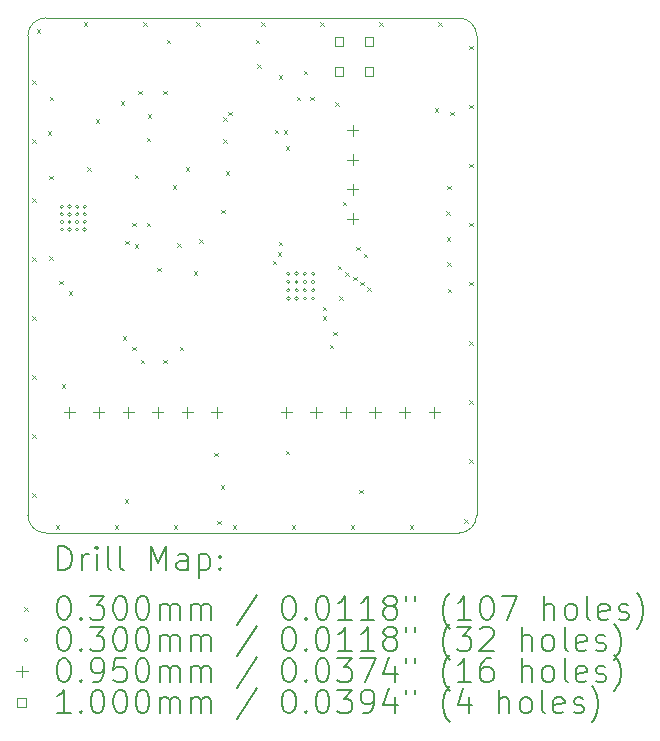
<source format=gbr>
%TF.GenerationSoftware,KiCad,Pcbnew,8.0.8*%
%TF.CreationDate,2025-04-18T09:33:23-04:00*%
%TF.ProjectId,high-power-module,68696768-2d70-46f7-9765-722d6d6f6475,rev?*%
%TF.SameCoordinates,Original*%
%TF.FileFunction,Drillmap*%
%TF.FilePolarity,Positive*%
%FSLAX45Y45*%
G04 Gerber Fmt 4.5, Leading zero omitted, Abs format (unit mm)*
G04 Created by KiCad (PCBNEW 8.0.8) date 2025-04-18 09:33:23*
%MOMM*%
%LPD*%
G01*
G04 APERTURE LIST*
%ADD10C,0.050000*%
%ADD11C,0.200000*%
%ADD12C,0.100000*%
G04 APERTURE END LIST*
D10*
X16150000Y-7040000D02*
G75*
G02*
X16300000Y-7190000I0J-150000D01*
G01*
X12650000Y-7040000D02*
X16150000Y-7040000D01*
X16300000Y-7190000D02*
X16300000Y-11250000D01*
X16300000Y-11250000D02*
G75*
G02*
X16150000Y-11400000I-150000J0D01*
G01*
X12500000Y-7190000D02*
G75*
G02*
X12650000Y-7040000I150000J0D01*
G01*
X16150000Y-11400000D02*
X12650000Y-11400000D01*
X12650000Y-11400000D02*
G75*
G02*
X12500000Y-11250000I0J150000D01*
G01*
X12500000Y-11250000D02*
X12500000Y-7190000D01*
D11*
D12*
X12535000Y-7565000D02*
X12565000Y-7595000D01*
X12565000Y-7565000D02*
X12535000Y-7595000D01*
X12535000Y-8065000D02*
X12565000Y-8095000D01*
X12565000Y-8065000D02*
X12535000Y-8095000D01*
X12535000Y-8565000D02*
X12565000Y-8595000D01*
X12565000Y-8565000D02*
X12535000Y-8595000D01*
X12535000Y-9065000D02*
X12565000Y-9095000D01*
X12565000Y-9065000D02*
X12535000Y-9095000D01*
X12535000Y-9565000D02*
X12565000Y-9595000D01*
X12565000Y-9565000D02*
X12535000Y-9595000D01*
X12535000Y-10065000D02*
X12565000Y-10095000D01*
X12565000Y-10065000D02*
X12535000Y-10095000D01*
X12535000Y-10565000D02*
X12565000Y-10595000D01*
X12565000Y-10565000D02*
X12535000Y-10595000D01*
X12535000Y-11065000D02*
X12565000Y-11095000D01*
X12565000Y-11065000D02*
X12535000Y-11095000D01*
X12575000Y-7135000D02*
X12605000Y-7165000D01*
X12605000Y-7135000D02*
X12575000Y-7165000D01*
X12668750Y-7998750D02*
X12698750Y-8028750D01*
X12698750Y-7998750D02*
X12668750Y-8028750D01*
X12680800Y-8375000D02*
X12710800Y-8405000D01*
X12710800Y-8375000D02*
X12680800Y-8405000D01*
X12680800Y-9055000D02*
X12710800Y-9085000D01*
X12710800Y-9055000D02*
X12680800Y-9085000D01*
X12685000Y-7705000D02*
X12715000Y-7735000D01*
X12715000Y-7705000D02*
X12685000Y-7735000D01*
X12735000Y-11335000D02*
X12765000Y-11365000D01*
X12765000Y-11335000D02*
X12735000Y-11365000D01*
X12765000Y-9265000D02*
X12795000Y-9295000D01*
X12795000Y-9265000D02*
X12765000Y-9295000D01*
X12787500Y-10142500D02*
X12817500Y-10172500D01*
X12817500Y-10142500D02*
X12787500Y-10172500D01*
X12845000Y-9355000D02*
X12875000Y-9385000D01*
X12875000Y-9355000D02*
X12845000Y-9385000D01*
X12975000Y-7075000D02*
X13005000Y-7105000D01*
X13005000Y-7075000D02*
X12975000Y-7105000D01*
X13005000Y-8305000D02*
X13035000Y-8335000D01*
X13035000Y-8305000D02*
X13005000Y-8335000D01*
X13075000Y-7895000D02*
X13105000Y-7925000D01*
X13105000Y-7895000D02*
X13075000Y-7925000D01*
X13235000Y-11335000D02*
X13265000Y-11365000D01*
X13265000Y-11335000D02*
X13235000Y-11365000D01*
X13285000Y-7745000D02*
X13315000Y-7775000D01*
X13315000Y-7745000D02*
X13285000Y-7775000D01*
X13305000Y-9735000D02*
X13335000Y-9765000D01*
X13335000Y-9735000D02*
X13305000Y-9765000D01*
X13320000Y-11115000D02*
X13350000Y-11145000D01*
X13350000Y-11115000D02*
X13320000Y-11145000D01*
X13325000Y-8925000D02*
X13355000Y-8955000D01*
X13355000Y-8925000D02*
X13325000Y-8955000D01*
X13385000Y-9825000D02*
X13415000Y-9855000D01*
X13415000Y-9825000D02*
X13385000Y-9855000D01*
X13386136Y-8773864D02*
X13416136Y-8803864D01*
X13416136Y-8773864D02*
X13386136Y-8803864D01*
X13405000Y-8367500D02*
X13435000Y-8397500D01*
X13435000Y-8367500D02*
X13405000Y-8397500D01*
X13405000Y-8955000D02*
X13435000Y-8985000D01*
X13435000Y-8955000D02*
X13405000Y-8985000D01*
X13435000Y-7655000D02*
X13465000Y-7685000D01*
X13465000Y-7655000D02*
X13435000Y-7685000D01*
X13455000Y-9935000D02*
X13485000Y-9965000D01*
X13485000Y-9935000D02*
X13455000Y-9965000D01*
X13475000Y-7075000D02*
X13505000Y-7105000D01*
X13505000Y-7075000D02*
X13475000Y-7105000D01*
X13505000Y-8055000D02*
X13535000Y-8085000D01*
X13535000Y-8055000D02*
X13505000Y-8085000D01*
X13505000Y-8775000D02*
X13535000Y-8805000D01*
X13535000Y-8775000D02*
X13505000Y-8805000D01*
X13515000Y-7855000D02*
X13545000Y-7885000D01*
X13545000Y-7855000D02*
X13515000Y-7885000D01*
X13595000Y-9155000D02*
X13625000Y-9185000D01*
X13625000Y-9155000D02*
X13595000Y-9185000D01*
X13645000Y-7657500D02*
X13675000Y-7687500D01*
X13675000Y-7657500D02*
X13645000Y-7687500D01*
X13645000Y-9935000D02*
X13675000Y-9965000D01*
X13675000Y-9935000D02*
X13645000Y-9965000D01*
X13675000Y-7225000D02*
X13705000Y-7255000D01*
X13705000Y-7225000D02*
X13675000Y-7255000D01*
X13725000Y-8455000D02*
X13755000Y-8485000D01*
X13755000Y-8455000D02*
X13725000Y-8485000D01*
X13735000Y-11335000D02*
X13765000Y-11365000D01*
X13765000Y-11335000D02*
X13735000Y-11365000D01*
X13765000Y-8945000D02*
X13795000Y-8975000D01*
X13795000Y-8945000D02*
X13765000Y-8975000D01*
X13785000Y-9825000D02*
X13815000Y-9855000D01*
X13815000Y-9825000D02*
X13785000Y-9855000D01*
X13835000Y-8305000D02*
X13865000Y-8335000D01*
X13865000Y-8305000D02*
X13835000Y-8335000D01*
X13905000Y-9185000D02*
X13935000Y-9215000D01*
X13935000Y-9185000D02*
X13905000Y-9215000D01*
X13925000Y-7075000D02*
X13955000Y-7105000D01*
X13955000Y-7075000D02*
X13925000Y-7105000D01*
X13951282Y-8911881D02*
X13981282Y-8941881D01*
X13981282Y-8911881D02*
X13951282Y-8941881D01*
X14080000Y-10720000D02*
X14110000Y-10750000D01*
X14110000Y-10720000D02*
X14080000Y-10750000D01*
X14105000Y-11295000D02*
X14135000Y-11325000D01*
X14135000Y-11295000D02*
X14105000Y-11325000D01*
X14134460Y-10995540D02*
X14164460Y-11025540D01*
X14164460Y-10995540D02*
X14134460Y-11025540D01*
X14138300Y-8664200D02*
X14168300Y-8694200D01*
X14168300Y-8664200D02*
X14138300Y-8694200D01*
X14155000Y-7882380D02*
X14185000Y-7912380D01*
X14185000Y-7882380D02*
X14155000Y-7912380D01*
X14155000Y-8065000D02*
X14185000Y-8095000D01*
X14185000Y-8065000D02*
X14155000Y-8095000D01*
X14175000Y-8339416D02*
X14205000Y-8369416D01*
X14205000Y-8339416D02*
X14175000Y-8369416D01*
X14195000Y-7833950D02*
X14225000Y-7863950D01*
X14225000Y-7833950D02*
X14195000Y-7863950D01*
X14235000Y-11335000D02*
X14265000Y-11365000D01*
X14265000Y-11335000D02*
X14235000Y-11365000D01*
X14430000Y-7225000D02*
X14460000Y-7255000D01*
X14460000Y-7225000D02*
X14430000Y-7255000D01*
X14444042Y-7432380D02*
X14474042Y-7462380D01*
X14474042Y-7432380D02*
X14444042Y-7462380D01*
X14475000Y-7075000D02*
X14505000Y-7105000D01*
X14505000Y-7075000D02*
X14475000Y-7105000D01*
X14575000Y-9095000D02*
X14605000Y-9125000D01*
X14605000Y-9095000D02*
X14575000Y-9125000D01*
X14592291Y-7987620D02*
X14622291Y-8017620D01*
X14622291Y-7987620D02*
X14592291Y-8017620D01*
X14617624Y-9022040D02*
X14647624Y-9052040D01*
X14647624Y-9022040D02*
X14617624Y-9052040D01*
X14625000Y-7525000D02*
X14655000Y-7555000D01*
X14655000Y-7525000D02*
X14625000Y-7555000D01*
X14625000Y-8935000D02*
X14655000Y-8965000D01*
X14655000Y-8935000D02*
X14625000Y-8965000D01*
X14667260Y-7989776D02*
X14697260Y-8019776D01*
X14697260Y-7989776D02*
X14667260Y-8019776D01*
X14685000Y-8125000D02*
X14715000Y-8155000D01*
X14715000Y-8125000D02*
X14685000Y-8155000D01*
X14685000Y-10705000D02*
X14715000Y-10735000D01*
X14715000Y-10705000D02*
X14685000Y-10735000D01*
X14735000Y-11335000D02*
X14765000Y-11365000D01*
X14765000Y-11335000D02*
X14735000Y-11365000D01*
X14775000Y-7705000D02*
X14805000Y-7735000D01*
X14805000Y-7705000D02*
X14775000Y-7735000D01*
X14835000Y-7485000D02*
X14865000Y-7515000D01*
X14865000Y-7485000D02*
X14835000Y-7515000D01*
X14892700Y-7705000D02*
X14922700Y-7735000D01*
X14922700Y-7705000D02*
X14892700Y-7735000D01*
X14975000Y-7075000D02*
X15005000Y-7105000D01*
X15005000Y-7075000D02*
X14975000Y-7105000D01*
X14995000Y-9485000D02*
X15025000Y-9515000D01*
X15025000Y-9485000D02*
X14995000Y-9515000D01*
X14995000Y-9565000D02*
X15025000Y-9595000D01*
X15025000Y-9565000D02*
X14995000Y-9595000D01*
X15055000Y-9805000D02*
X15085000Y-9835000D01*
X15085000Y-9805000D02*
X15055000Y-9835000D01*
X15085000Y-9695000D02*
X15115000Y-9725000D01*
X15115000Y-9695000D02*
X15085000Y-9725000D01*
X15104185Y-7752300D02*
X15134185Y-7782300D01*
X15134185Y-7752300D02*
X15104185Y-7782300D01*
X15122987Y-9137620D02*
X15152987Y-9167620D01*
X15152987Y-9137620D02*
X15122987Y-9167620D01*
X15135000Y-9397620D02*
X15165000Y-9427620D01*
X15165000Y-9397620D02*
X15135000Y-9427620D01*
X15165000Y-8595000D02*
X15195000Y-8625000D01*
X15195000Y-8595000D02*
X15165000Y-8625000D01*
X15187620Y-9192380D02*
X15217620Y-9222380D01*
X15217620Y-9192380D02*
X15187620Y-9222380D01*
X15235000Y-11335000D02*
X15265000Y-11365000D01*
X15265000Y-11335000D02*
X15235000Y-11365000D01*
X15252821Y-9229446D02*
X15282821Y-9259446D01*
X15282821Y-9229446D02*
X15252821Y-9259446D01*
X15282416Y-8977584D02*
X15312416Y-9007584D01*
X15312416Y-8977584D02*
X15282416Y-9007584D01*
X15305000Y-11035000D02*
X15335000Y-11065000D01*
X15335000Y-11035000D02*
X15305000Y-11065000D01*
X15314801Y-9271678D02*
X15344801Y-9301678D01*
X15344801Y-9271678D02*
X15314801Y-9301678D01*
X15345000Y-9035000D02*
X15375000Y-9065000D01*
X15375000Y-9035000D02*
X15345000Y-9065000D01*
X15372542Y-9319541D02*
X15402542Y-9349541D01*
X15402542Y-9319541D02*
X15372542Y-9349541D01*
X15475000Y-7075000D02*
X15505000Y-7105000D01*
X15505000Y-7075000D02*
X15475000Y-7105000D01*
X15735000Y-11335000D02*
X15765000Y-11365000D01*
X15765000Y-11335000D02*
X15735000Y-11365000D01*
X15945000Y-7805000D02*
X15975000Y-7835000D01*
X15975000Y-7805000D02*
X15945000Y-7835000D01*
X15975000Y-7075000D02*
X16005000Y-7105000D01*
X16005000Y-7075000D02*
X15975000Y-7105000D01*
X16044600Y-8675000D02*
X16074600Y-8705000D01*
X16074600Y-8675000D02*
X16044600Y-8705000D01*
X16045000Y-8895000D02*
X16075000Y-8925000D01*
X16075000Y-8895000D02*
X16045000Y-8925000D01*
X16049399Y-8459685D02*
X16079399Y-8489685D01*
X16079399Y-8459685D02*
X16049399Y-8489685D01*
X16050290Y-9108938D02*
X16080290Y-9138938D01*
X16080290Y-9108938D02*
X16050290Y-9138938D01*
X16056292Y-9333863D02*
X16086292Y-9363863D01*
X16086292Y-9333863D02*
X16056292Y-9363863D01*
X16075000Y-7835000D02*
X16105000Y-7865000D01*
X16105000Y-7835000D02*
X16075000Y-7865000D01*
X16195000Y-11285000D02*
X16225000Y-11315000D01*
X16225000Y-11285000D02*
X16195000Y-11315000D01*
X16235000Y-7275000D02*
X16265000Y-7305000D01*
X16265000Y-7275000D02*
X16235000Y-7305000D01*
X16235000Y-7775000D02*
X16265000Y-7805000D01*
X16265000Y-7775000D02*
X16235000Y-7805000D01*
X16235000Y-8275000D02*
X16265000Y-8305000D01*
X16265000Y-8275000D02*
X16235000Y-8305000D01*
X16235000Y-8775000D02*
X16265000Y-8805000D01*
X16265000Y-8775000D02*
X16235000Y-8805000D01*
X16235000Y-9275000D02*
X16265000Y-9305000D01*
X16265000Y-9275000D02*
X16235000Y-9305000D01*
X16235000Y-9775000D02*
X16265000Y-9805000D01*
X16265000Y-9775000D02*
X16235000Y-9805000D01*
X16235000Y-10275000D02*
X16265000Y-10305000D01*
X16265000Y-10275000D02*
X16235000Y-10305000D01*
X16235000Y-10775000D02*
X16265000Y-10805000D01*
X16265000Y-10775000D02*
X16235000Y-10805000D01*
X12804000Y-8638000D02*
G75*
G02*
X12774000Y-8638000I-15000J0D01*
G01*
X12774000Y-8638000D02*
G75*
G02*
X12804000Y-8638000I15000J0D01*
G01*
X12804000Y-8702000D02*
G75*
G02*
X12774000Y-8702000I-15000J0D01*
G01*
X12774000Y-8702000D02*
G75*
G02*
X12804000Y-8702000I15000J0D01*
G01*
X12804000Y-8766000D02*
G75*
G02*
X12774000Y-8766000I-15000J0D01*
G01*
X12774000Y-8766000D02*
G75*
G02*
X12804000Y-8766000I15000J0D01*
G01*
X12804000Y-8830000D02*
G75*
G02*
X12774000Y-8830000I-15000J0D01*
G01*
X12774000Y-8830000D02*
G75*
G02*
X12804000Y-8830000I15000J0D01*
G01*
X12868000Y-8638000D02*
G75*
G02*
X12838000Y-8638000I-15000J0D01*
G01*
X12838000Y-8638000D02*
G75*
G02*
X12868000Y-8638000I15000J0D01*
G01*
X12868000Y-8702000D02*
G75*
G02*
X12838000Y-8702000I-15000J0D01*
G01*
X12838000Y-8702000D02*
G75*
G02*
X12868000Y-8702000I15000J0D01*
G01*
X12868000Y-8766000D02*
G75*
G02*
X12838000Y-8766000I-15000J0D01*
G01*
X12838000Y-8766000D02*
G75*
G02*
X12868000Y-8766000I15000J0D01*
G01*
X12868000Y-8830000D02*
G75*
G02*
X12838000Y-8830000I-15000J0D01*
G01*
X12838000Y-8830000D02*
G75*
G02*
X12868000Y-8830000I15000J0D01*
G01*
X12932000Y-8638000D02*
G75*
G02*
X12902000Y-8638000I-15000J0D01*
G01*
X12902000Y-8638000D02*
G75*
G02*
X12932000Y-8638000I15000J0D01*
G01*
X12932000Y-8702000D02*
G75*
G02*
X12902000Y-8702000I-15000J0D01*
G01*
X12902000Y-8702000D02*
G75*
G02*
X12932000Y-8702000I15000J0D01*
G01*
X12932000Y-8766000D02*
G75*
G02*
X12902000Y-8766000I-15000J0D01*
G01*
X12902000Y-8766000D02*
G75*
G02*
X12932000Y-8766000I15000J0D01*
G01*
X12932000Y-8830000D02*
G75*
G02*
X12902000Y-8830000I-15000J0D01*
G01*
X12902000Y-8830000D02*
G75*
G02*
X12932000Y-8830000I15000J0D01*
G01*
X12996000Y-8638000D02*
G75*
G02*
X12966000Y-8638000I-15000J0D01*
G01*
X12966000Y-8638000D02*
G75*
G02*
X12996000Y-8638000I15000J0D01*
G01*
X12996000Y-8702000D02*
G75*
G02*
X12966000Y-8702000I-15000J0D01*
G01*
X12966000Y-8702000D02*
G75*
G02*
X12996000Y-8702000I15000J0D01*
G01*
X12996000Y-8766000D02*
G75*
G02*
X12966000Y-8766000I-15000J0D01*
G01*
X12966000Y-8766000D02*
G75*
G02*
X12996000Y-8766000I15000J0D01*
G01*
X12996000Y-8830000D02*
G75*
G02*
X12966000Y-8830000I-15000J0D01*
G01*
X12966000Y-8830000D02*
G75*
G02*
X12996000Y-8830000I15000J0D01*
G01*
X14720000Y-9205000D02*
G75*
G02*
X14690000Y-9205000I-15000J0D01*
G01*
X14690000Y-9205000D02*
G75*
G02*
X14720000Y-9205000I15000J0D01*
G01*
X14720000Y-9275000D02*
G75*
G02*
X14690000Y-9275000I-15000J0D01*
G01*
X14690000Y-9275000D02*
G75*
G02*
X14720000Y-9275000I15000J0D01*
G01*
X14720000Y-9345000D02*
G75*
G02*
X14690000Y-9345000I-15000J0D01*
G01*
X14690000Y-9345000D02*
G75*
G02*
X14720000Y-9345000I15000J0D01*
G01*
X14720000Y-9415000D02*
G75*
G02*
X14690000Y-9415000I-15000J0D01*
G01*
X14690000Y-9415000D02*
G75*
G02*
X14720000Y-9415000I15000J0D01*
G01*
X14790000Y-9205000D02*
G75*
G02*
X14760000Y-9205000I-15000J0D01*
G01*
X14760000Y-9205000D02*
G75*
G02*
X14790000Y-9205000I15000J0D01*
G01*
X14790000Y-9275000D02*
G75*
G02*
X14760000Y-9275000I-15000J0D01*
G01*
X14760000Y-9275000D02*
G75*
G02*
X14790000Y-9275000I15000J0D01*
G01*
X14790000Y-9345000D02*
G75*
G02*
X14760000Y-9345000I-15000J0D01*
G01*
X14760000Y-9345000D02*
G75*
G02*
X14790000Y-9345000I15000J0D01*
G01*
X14790000Y-9415000D02*
G75*
G02*
X14760000Y-9415000I-15000J0D01*
G01*
X14760000Y-9415000D02*
G75*
G02*
X14790000Y-9415000I15000J0D01*
G01*
X14860000Y-9205000D02*
G75*
G02*
X14830000Y-9205000I-15000J0D01*
G01*
X14830000Y-9205000D02*
G75*
G02*
X14860000Y-9205000I15000J0D01*
G01*
X14860000Y-9275000D02*
G75*
G02*
X14830000Y-9275000I-15000J0D01*
G01*
X14830000Y-9275000D02*
G75*
G02*
X14860000Y-9275000I15000J0D01*
G01*
X14860000Y-9345000D02*
G75*
G02*
X14830000Y-9345000I-15000J0D01*
G01*
X14830000Y-9345000D02*
G75*
G02*
X14860000Y-9345000I15000J0D01*
G01*
X14860000Y-9415000D02*
G75*
G02*
X14830000Y-9415000I-15000J0D01*
G01*
X14830000Y-9415000D02*
G75*
G02*
X14860000Y-9415000I15000J0D01*
G01*
X14930000Y-9205000D02*
G75*
G02*
X14900000Y-9205000I-15000J0D01*
G01*
X14900000Y-9205000D02*
G75*
G02*
X14930000Y-9205000I15000J0D01*
G01*
X14930000Y-9275000D02*
G75*
G02*
X14900000Y-9275000I-15000J0D01*
G01*
X14900000Y-9275000D02*
G75*
G02*
X14930000Y-9275000I15000J0D01*
G01*
X14930000Y-9345000D02*
G75*
G02*
X14900000Y-9345000I-15000J0D01*
G01*
X14900000Y-9345000D02*
G75*
G02*
X14930000Y-9345000I15000J0D01*
G01*
X14930000Y-9415000D02*
G75*
G02*
X14900000Y-9415000I-15000J0D01*
G01*
X14900000Y-9415000D02*
G75*
G02*
X14930000Y-9415000I15000J0D01*
G01*
X12850000Y-10332500D02*
X12850000Y-10427500D01*
X12802500Y-10380000D02*
X12897500Y-10380000D01*
X13100000Y-10332500D02*
X13100000Y-10427500D01*
X13052500Y-10380000D02*
X13147500Y-10380000D01*
X13350000Y-10332500D02*
X13350000Y-10427500D01*
X13302500Y-10380000D02*
X13397500Y-10380000D01*
X13600000Y-10332500D02*
X13600000Y-10427500D01*
X13552500Y-10380000D02*
X13647500Y-10380000D01*
X13850000Y-10332500D02*
X13850000Y-10427500D01*
X13802500Y-10380000D02*
X13897500Y-10380000D01*
X14100000Y-10332500D02*
X14100000Y-10427500D01*
X14052500Y-10380000D02*
X14147500Y-10380000D01*
X14690000Y-10332500D02*
X14690000Y-10427500D01*
X14642500Y-10380000D02*
X14737500Y-10380000D01*
X14940000Y-10332500D02*
X14940000Y-10427500D01*
X14892500Y-10380000D02*
X14987500Y-10380000D01*
X15190000Y-10332500D02*
X15190000Y-10427500D01*
X15142500Y-10380000D02*
X15237500Y-10380000D01*
X15250000Y-7942500D02*
X15250000Y-8037500D01*
X15202500Y-7990000D02*
X15297500Y-7990000D01*
X15250000Y-8192500D02*
X15250000Y-8287500D01*
X15202500Y-8240000D02*
X15297500Y-8240000D01*
X15250000Y-8442500D02*
X15250000Y-8537500D01*
X15202500Y-8490000D02*
X15297500Y-8490000D01*
X15250000Y-8692500D02*
X15250000Y-8787500D01*
X15202500Y-8740000D02*
X15297500Y-8740000D01*
X15440000Y-10332500D02*
X15440000Y-10427500D01*
X15392500Y-10380000D02*
X15487500Y-10380000D01*
X15690000Y-10332500D02*
X15690000Y-10427500D01*
X15642500Y-10380000D02*
X15737500Y-10380000D01*
X15940000Y-10332500D02*
X15940000Y-10427500D01*
X15892500Y-10380000D02*
X15987500Y-10380000D01*
X15171356Y-7275356D02*
X15171356Y-7204644D01*
X15100644Y-7204644D01*
X15100644Y-7275356D01*
X15171356Y-7275356D01*
X15171356Y-7529356D02*
X15171356Y-7458644D01*
X15100644Y-7458644D01*
X15100644Y-7529356D01*
X15171356Y-7529356D01*
X15425356Y-7275356D02*
X15425356Y-7204644D01*
X15354644Y-7204644D01*
X15354644Y-7275356D01*
X15425356Y-7275356D01*
X15425356Y-7529356D02*
X15425356Y-7458644D01*
X15354644Y-7458644D01*
X15354644Y-7529356D01*
X15425356Y-7529356D01*
D11*
X12758277Y-11713984D02*
X12758277Y-11513984D01*
X12758277Y-11513984D02*
X12805896Y-11513984D01*
X12805896Y-11513984D02*
X12834467Y-11523508D01*
X12834467Y-11523508D02*
X12853515Y-11542555D01*
X12853515Y-11542555D02*
X12863039Y-11561603D01*
X12863039Y-11561603D02*
X12872562Y-11599698D01*
X12872562Y-11599698D02*
X12872562Y-11628270D01*
X12872562Y-11628270D02*
X12863039Y-11666365D01*
X12863039Y-11666365D02*
X12853515Y-11685412D01*
X12853515Y-11685412D02*
X12834467Y-11704460D01*
X12834467Y-11704460D02*
X12805896Y-11713984D01*
X12805896Y-11713984D02*
X12758277Y-11713984D01*
X12958277Y-11713984D02*
X12958277Y-11580650D01*
X12958277Y-11618746D02*
X12967800Y-11599698D01*
X12967800Y-11599698D02*
X12977324Y-11590174D01*
X12977324Y-11590174D02*
X12996372Y-11580650D01*
X12996372Y-11580650D02*
X13015420Y-11580650D01*
X13082086Y-11713984D02*
X13082086Y-11580650D01*
X13082086Y-11513984D02*
X13072562Y-11523508D01*
X13072562Y-11523508D02*
X13082086Y-11533031D01*
X13082086Y-11533031D02*
X13091610Y-11523508D01*
X13091610Y-11523508D02*
X13082086Y-11513984D01*
X13082086Y-11513984D02*
X13082086Y-11533031D01*
X13205896Y-11713984D02*
X13186848Y-11704460D01*
X13186848Y-11704460D02*
X13177324Y-11685412D01*
X13177324Y-11685412D02*
X13177324Y-11513984D01*
X13310658Y-11713984D02*
X13291610Y-11704460D01*
X13291610Y-11704460D02*
X13282086Y-11685412D01*
X13282086Y-11685412D02*
X13282086Y-11513984D01*
X13539229Y-11713984D02*
X13539229Y-11513984D01*
X13539229Y-11513984D02*
X13605896Y-11656841D01*
X13605896Y-11656841D02*
X13672562Y-11513984D01*
X13672562Y-11513984D02*
X13672562Y-11713984D01*
X13853515Y-11713984D02*
X13853515Y-11609222D01*
X13853515Y-11609222D02*
X13843991Y-11590174D01*
X13843991Y-11590174D02*
X13824943Y-11580650D01*
X13824943Y-11580650D02*
X13786848Y-11580650D01*
X13786848Y-11580650D02*
X13767800Y-11590174D01*
X13853515Y-11704460D02*
X13834467Y-11713984D01*
X13834467Y-11713984D02*
X13786848Y-11713984D01*
X13786848Y-11713984D02*
X13767800Y-11704460D01*
X13767800Y-11704460D02*
X13758277Y-11685412D01*
X13758277Y-11685412D02*
X13758277Y-11666365D01*
X13758277Y-11666365D02*
X13767800Y-11647317D01*
X13767800Y-11647317D02*
X13786848Y-11637793D01*
X13786848Y-11637793D02*
X13834467Y-11637793D01*
X13834467Y-11637793D02*
X13853515Y-11628270D01*
X13948753Y-11580650D02*
X13948753Y-11780650D01*
X13948753Y-11590174D02*
X13967800Y-11580650D01*
X13967800Y-11580650D02*
X14005896Y-11580650D01*
X14005896Y-11580650D02*
X14024943Y-11590174D01*
X14024943Y-11590174D02*
X14034467Y-11599698D01*
X14034467Y-11599698D02*
X14043991Y-11618746D01*
X14043991Y-11618746D02*
X14043991Y-11675889D01*
X14043991Y-11675889D02*
X14034467Y-11694936D01*
X14034467Y-11694936D02*
X14024943Y-11704460D01*
X14024943Y-11704460D02*
X14005896Y-11713984D01*
X14005896Y-11713984D02*
X13967800Y-11713984D01*
X13967800Y-11713984D02*
X13948753Y-11704460D01*
X14129705Y-11694936D02*
X14139229Y-11704460D01*
X14139229Y-11704460D02*
X14129705Y-11713984D01*
X14129705Y-11713984D02*
X14120181Y-11704460D01*
X14120181Y-11704460D02*
X14129705Y-11694936D01*
X14129705Y-11694936D02*
X14129705Y-11713984D01*
X14129705Y-11590174D02*
X14139229Y-11599698D01*
X14139229Y-11599698D02*
X14129705Y-11609222D01*
X14129705Y-11609222D02*
X14120181Y-11599698D01*
X14120181Y-11599698D02*
X14129705Y-11590174D01*
X14129705Y-11590174D02*
X14129705Y-11609222D01*
D12*
X12467500Y-12027500D02*
X12497500Y-12057500D01*
X12497500Y-12027500D02*
X12467500Y-12057500D01*
D11*
X12796372Y-11933984D02*
X12815420Y-11933984D01*
X12815420Y-11933984D02*
X12834467Y-11943508D01*
X12834467Y-11943508D02*
X12843991Y-11953031D01*
X12843991Y-11953031D02*
X12853515Y-11972079D01*
X12853515Y-11972079D02*
X12863039Y-12010174D01*
X12863039Y-12010174D02*
X12863039Y-12057793D01*
X12863039Y-12057793D02*
X12853515Y-12095889D01*
X12853515Y-12095889D02*
X12843991Y-12114936D01*
X12843991Y-12114936D02*
X12834467Y-12124460D01*
X12834467Y-12124460D02*
X12815420Y-12133984D01*
X12815420Y-12133984D02*
X12796372Y-12133984D01*
X12796372Y-12133984D02*
X12777324Y-12124460D01*
X12777324Y-12124460D02*
X12767800Y-12114936D01*
X12767800Y-12114936D02*
X12758277Y-12095889D01*
X12758277Y-12095889D02*
X12748753Y-12057793D01*
X12748753Y-12057793D02*
X12748753Y-12010174D01*
X12748753Y-12010174D02*
X12758277Y-11972079D01*
X12758277Y-11972079D02*
X12767800Y-11953031D01*
X12767800Y-11953031D02*
X12777324Y-11943508D01*
X12777324Y-11943508D02*
X12796372Y-11933984D01*
X12948753Y-12114936D02*
X12958277Y-12124460D01*
X12958277Y-12124460D02*
X12948753Y-12133984D01*
X12948753Y-12133984D02*
X12939229Y-12124460D01*
X12939229Y-12124460D02*
X12948753Y-12114936D01*
X12948753Y-12114936D02*
X12948753Y-12133984D01*
X13024943Y-11933984D02*
X13148753Y-11933984D01*
X13148753Y-11933984D02*
X13082086Y-12010174D01*
X13082086Y-12010174D02*
X13110658Y-12010174D01*
X13110658Y-12010174D02*
X13129705Y-12019698D01*
X13129705Y-12019698D02*
X13139229Y-12029222D01*
X13139229Y-12029222D02*
X13148753Y-12048270D01*
X13148753Y-12048270D02*
X13148753Y-12095889D01*
X13148753Y-12095889D02*
X13139229Y-12114936D01*
X13139229Y-12114936D02*
X13129705Y-12124460D01*
X13129705Y-12124460D02*
X13110658Y-12133984D01*
X13110658Y-12133984D02*
X13053515Y-12133984D01*
X13053515Y-12133984D02*
X13034467Y-12124460D01*
X13034467Y-12124460D02*
X13024943Y-12114936D01*
X13272562Y-11933984D02*
X13291610Y-11933984D01*
X13291610Y-11933984D02*
X13310658Y-11943508D01*
X13310658Y-11943508D02*
X13320181Y-11953031D01*
X13320181Y-11953031D02*
X13329705Y-11972079D01*
X13329705Y-11972079D02*
X13339229Y-12010174D01*
X13339229Y-12010174D02*
X13339229Y-12057793D01*
X13339229Y-12057793D02*
X13329705Y-12095889D01*
X13329705Y-12095889D02*
X13320181Y-12114936D01*
X13320181Y-12114936D02*
X13310658Y-12124460D01*
X13310658Y-12124460D02*
X13291610Y-12133984D01*
X13291610Y-12133984D02*
X13272562Y-12133984D01*
X13272562Y-12133984D02*
X13253515Y-12124460D01*
X13253515Y-12124460D02*
X13243991Y-12114936D01*
X13243991Y-12114936D02*
X13234467Y-12095889D01*
X13234467Y-12095889D02*
X13224943Y-12057793D01*
X13224943Y-12057793D02*
X13224943Y-12010174D01*
X13224943Y-12010174D02*
X13234467Y-11972079D01*
X13234467Y-11972079D02*
X13243991Y-11953031D01*
X13243991Y-11953031D02*
X13253515Y-11943508D01*
X13253515Y-11943508D02*
X13272562Y-11933984D01*
X13463039Y-11933984D02*
X13482086Y-11933984D01*
X13482086Y-11933984D02*
X13501134Y-11943508D01*
X13501134Y-11943508D02*
X13510658Y-11953031D01*
X13510658Y-11953031D02*
X13520181Y-11972079D01*
X13520181Y-11972079D02*
X13529705Y-12010174D01*
X13529705Y-12010174D02*
X13529705Y-12057793D01*
X13529705Y-12057793D02*
X13520181Y-12095889D01*
X13520181Y-12095889D02*
X13510658Y-12114936D01*
X13510658Y-12114936D02*
X13501134Y-12124460D01*
X13501134Y-12124460D02*
X13482086Y-12133984D01*
X13482086Y-12133984D02*
X13463039Y-12133984D01*
X13463039Y-12133984D02*
X13443991Y-12124460D01*
X13443991Y-12124460D02*
X13434467Y-12114936D01*
X13434467Y-12114936D02*
X13424943Y-12095889D01*
X13424943Y-12095889D02*
X13415420Y-12057793D01*
X13415420Y-12057793D02*
X13415420Y-12010174D01*
X13415420Y-12010174D02*
X13424943Y-11972079D01*
X13424943Y-11972079D02*
X13434467Y-11953031D01*
X13434467Y-11953031D02*
X13443991Y-11943508D01*
X13443991Y-11943508D02*
X13463039Y-11933984D01*
X13615420Y-12133984D02*
X13615420Y-12000650D01*
X13615420Y-12019698D02*
X13624943Y-12010174D01*
X13624943Y-12010174D02*
X13643991Y-12000650D01*
X13643991Y-12000650D02*
X13672562Y-12000650D01*
X13672562Y-12000650D02*
X13691610Y-12010174D01*
X13691610Y-12010174D02*
X13701134Y-12029222D01*
X13701134Y-12029222D02*
X13701134Y-12133984D01*
X13701134Y-12029222D02*
X13710658Y-12010174D01*
X13710658Y-12010174D02*
X13729705Y-12000650D01*
X13729705Y-12000650D02*
X13758277Y-12000650D01*
X13758277Y-12000650D02*
X13777324Y-12010174D01*
X13777324Y-12010174D02*
X13786848Y-12029222D01*
X13786848Y-12029222D02*
X13786848Y-12133984D01*
X13882086Y-12133984D02*
X13882086Y-12000650D01*
X13882086Y-12019698D02*
X13891610Y-12010174D01*
X13891610Y-12010174D02*
X13910658Y-12000650D01*
X13910658Y-12000650D02*
X13939229Y-12000650D01*
X13939229Y-12000650D02*
X13958277Y-12010174D01*
X13958277Y-12010174D02*
X13967801Y-12029222D01*
X13967801Y-12029222D02*
X13967801Y-12133984D01*
X13967801Y-12029222D02*
X13977324Y-12010174D01*
X13977324Y-12010174D02*
X13996372Y-12000650D01*
X13996372Y-12000650D02*
X14024943Y-12000650D01*
X14024943Y-12000650D02*
X14043991Y-12010174D01*
X14043991Y-12010174D02*
X14053515Y-12029222D01*
X14053515Y-12029222D02*
X14053515Y-12133984D01*
X14443991Y-11924460D02*
X14272563Y-12181603D01*
X14701134Y-11933984D02*
X14720182Y-11933984D01*
X14720182Y-11933984D02*
X14739229Y-11943508D01*
X14739229Y-11943508D02*
X14748753Y-11953031D01*
X14748753Y-11953031D02*
X14758277Y-11972079D01*
X14758277Y-11972079D02*
X14767801Y-12010174D01*
X14767801Y-12010174D02*
X14767801Y-12057793D01*
X14767801Y-12057793D02*
X14758277Y-12095889D01*
X14758277Y-12095889D02*
X14748753Y-12114936D01*
X14748753Y-12114936D02*
X14739229Y-12124460D01*
X14739229Y-12124460D02*
X14720182Y-12133984D01*
X14720182Y-12133984D02*
X14701134Y-12133984D01*
X14701134Y-12133984D02*
X14682086Y-12124460D01*
X14682086Y-12124460D02*
X14672563Y-12114936D01*
X14672563Y-12114936D02*
X14663039Y-12095889D01*
X14663039Y-12095889D02*
X14653515Y-12057793D01*
X14653515Y-12057793D02*
X14653515Y-12010174D01*
X14653515Y-12010174D02*
X14663039Y-11972079D01*
X14663039Y-11972079D02*
X14672563Y-11953031D01*
X14672563Y-11953031D02*
X14682086Y-11943508D01*
X14682086Y-11943508D02*
X14701134Y-11933984D01*
X14853515Y-12114936D02*
X14863039Y-12124460D01*
X14863039Y-12124460D02*
X14853515Y-12133984D01*
X14853515Y-12133984D02*
X14843991Y-12124460D01*
X14843991Y-12124460D02*
X14853515Y-12114936D01*
X14853515Y-12114936D02*
X14853515Y-12133984D01*
X14986848Y-11933984D02*
X15005896Y-11933984D01*
X15005896Y-11933984D02*
X15024944Y-11943508D01*
X15024944Y-11943508D02*
X15034467Y-11953031D01*
X15034467Y-11953031D02*
X15043991Y-11972079D01*
X15043991Y-11972079D02*
X15053515Y-12010174D01*
X15053515Y-12010174D02*
X15053515Y-12057793D01*
X15053515Y-12057793D02*
X15043991Y-12095889D01*
X15043991Y-12095889D02*
X15034467Y-12114936D01*
X15034467Y-12114936D02*
X15024944Y-12124460D01*
X15024944Y-12124460D02*
X15005896Y-12133984D01*
X15005896Y-12133984D02*
X14986848Y-12133984D01*
X14986848Y-12133984D02*
X14967801Y-12124460D01*
X14967801Y-12124460D02*
X14958277Y-12114936D01*
X14958277Y-12114936D02*
X14948753Y-12095889D01*
X14948753Y-12095889D02*
X14939229Y-12057793D01*
X14939229Y-12057793D02*
X14939229Y-12010174D01*
X14939229Y-12010174D02*
X14948753Y-11972079D01*
X14948753Y-11972079D02*
X14958277Y-11953031D01*
X14958277Y-11953031D02*
X14967801Y-11943508D01*
X14967801Y-11943508D02*
X14986848Y-11933984D01*
X15243991Y-12133984D02*
X15129705Y-12133984D01*
X15186848Y-12133984D02*
X15186848Y-11933984D01*
X15186848Y-11933984D02*
X15167801Y-11962555D01*
X15167801Y-11962555D02*
X15148753Y-11981603D01*
X15148753Y-11981603D02*
X15129705Y-11991127D01*
X15434467Y-12133984D02*
X15320182Y-12133984D01*
X15377324Y-12133984D02*
X15377324Y-11933984D01*
X15377324Y-11933984D02*
X15358277Y-11962555D01*
X15358277Y-11962555D02*
X15339229Y-11981603D01*
X15339229Y-11981603D02*
X15320182Y-11991127D01*
X15548753Y-12019698D02*
X15529705Y-12010174D01*
X15529705Y-12010174D02*
X15520182Y-12000650D01*
X15520182Y-12000650D02*
X15510658Y-11981603D01*
X15510658Y-11981603D02*
X15510658Y-11972079D01*
X15510658Y-11972079D02*
X15520182Y-11953031D01*
X15520182Y-11953031D02*
X15529705Y-11943508D01*
X15529705Y-11943508D02*
X15548753Y-11933984D01*
X15548753Y-11933984D02*
X15586848Y-11933984D01*
X15586848Y-11933984D02*
X15605896Y-11943508D01*
X15605896Y-11943508D02*
X15615420Y-11953031D01*
X15615420Y-11953031D02*
X15624944Y-11972079D01*
X15624944Y-11972079D02*
X15624944Y-11981603D01*
X15624944Y-11981603D02*
X15615420Y-12000650D01*
X15615420Y-12000650D02*
X15605896Y-12010174D01*
X15605896Y-12010174D02*
X15586848Y-12019698D01*
X15586848Y-12019698D02*
X15548753Y-12019698D01*
X15548753Y-12019698D02*
X15529705Y-12029222D01*
X15529705Y-12029222D02*
X15520182Y-12038746D01*
X15520182Y-12038746D02*
X15510658Y-12057793D01*
X15510658Y-12057793D02*
X15510658Y-12095889D01*
X15510658Y-12095889D02*
X15520182Y-12114936D01*
X15520182Y-12114936D02*
X15529705Y-12124460D01*
X15529705Y-12124460D02*
X15548753Y-12133984D01*
X15548753Y-12133984D02*
X15586848Y-12133984D01*
X15586848Y-12133984D02*
X15605896Y-12124460D01*
X15605896Y-12124460D02*
X15615420Y-12114936D01*
X15615420Y-12114936D02*
X15624944Y-12095889D01*
X15624944Y-12095889D02*
X15624944Y-12057793D01*
X15624944Y-12057793D02*
X15615420Y-12038746D01*
X15615420Y-12038746D02*
X15605896Y-12029222D01*
X15605896Y-12029222D02*
X15586848Y-12019698D01*
X15701134Y-11933984D02*
X15701134Y-11972079D01*
X15777325Y-11933984D02*
X15777325Y-11972079D01*
X16072563Y-12210174D02*
X16063039Y-12200650D01*
X16063039Y-12200650D02*
X16043991Y-12172079D01*
X16043991Y-12172079D02*
X16034467Y-12153031D01*
X16034467Y-12153031D02*
X16024944Y-12124460D01*
X16024944Y-12124460D02*
X16015420Y-12076841D01*
X16015420Y-12076841D02*
X16015420Y-12038746D01*
X16015420Y-12038746D02*
X16024944Y-11991127D01*
X16024944Y-11991127D02*
X16034467Y-11962555D01*
X16034467Y-11962555D02*
X16043991Y-11943508D01*
X16043991Y-11943508D02*
X16063039Y-11914936D01*
X16063039Y-11914936D02*
X16072563Y-11905412D01*
X16253515Y-12133984D02*
X16139229Y-12133984D01*
X16196372Y-12133984D02*
X16196372Y-11933984D01*
X16196372Y-11933984D02*
X16177325Y-11962555D01*
X16177325Y-11962555D02*
X16158277Y-11981603D01*
X16158277Y-11981603D02*
X16139229Y-11991127D01*
X16377325Y-11933984D02*
X16396372Y-11933984D01*
X16396372Y-11933984D02*
X16415420Y-11943508D01*
X16415420Y-11943508D02*
X16424944Y-11953031D01*
X16424944Y-11953031D02*
X16434467Y-11972079D01*
X16434467Y-11972079D02*
X16443991Y-12010174D01*
X16443991Y-12010174D02*
X16443991Y-12057793D01*
X16443991Y-12057793D02*
X16434467Y-12095889D01*
X16434467Y-12095889D02*
X16424944Y-12114936D01*
X16424944Y-12114936D02*
X16415420Y-12124460D01*
X16415420Y-12124460D02*
X16396372Y-12133984D01*
X16396372Y-12133984D02*
X16377325Y-12133984D01*
X16377325Y-12133984D02*
X16358277Y-12124460D01*
X16358277Y-12124460D02*
X16348753Y-12114936D01*
X16348753Y-12114936D02*
X16339229Y-12095889D01*
X16339229Y-12095889D02*
X16329706Y-12057793D01*
X16329706Y-12057793D02*
X16329706Y-12010174D01*
X16329706Y-12010174D02*
X16339229Y-11972079D01*
X16339229Y-11972079D02*
X16348753Y-11953031D01*
X16348753Y-11953031D02*
X16358277Y-11943508D01*
X16358277Y-11943508D02*
X16377325Y-11933984D01*
X16510658Y-11933984D02*
X16643991Y-11933984D01*
X16643991Y-11933984D02*
X16558277Y-12133984D01*
X16872563Y-12133984D02*
X16872563Y-11933984D01*
X16958277Y-12133984D02*
X16958277Y-12029222D01*
X16958277Y-12029222D02*
X16948753Y-12010174D01*
X16948753Y-12010174D02*
X16929706Y-12000650D01*
X16929706Y-12000650D02*
X16901134Y-12000650D01*
X16901134Y-12000650D02*
X16882087Y-12010174D01*
X16882087Y-12010174D02*
X16872563Y-12019698D01*
X17082087Y-12133984D02*
X17063039Y-12124460D01*
X17063039Y-12124460D02*
X17053515Y-12114936D01*
X17053515Y-12114936D02*
X17043991Y-12095889D01*
X17043991Y-12095889D02*
X17043991Y-12038746D01*
X17043991Y-12038746D02*
X17053515Y-12019698D01*
X17053515Y-12019698D02*
X17063039Y-12010174D01*
X17063039Y-12010174D02*
X17082087Y-12000650D01*
X17082087Y-12000650D02*
X17110658Y-12000650D01*
X17110658Y-12000650D02*
X17129706Y-12010174D01*
X17129706Y-12010174D02*
X17139230Y-12019698D01*
X17139230Y-12019698D02*
X17148753Y-12038746D01*
X17148753Y-12038746D02*
X17148753Y-12095889D01*
X17148753Y-12095889D02*
X17139230Y-12114936D01*
X17139230Y-12114936D02*
X17129706Y-12124460D01*
X17129706Y-12124460D02*
X17110658Y-12133984D01*
X17110658Y-12133984D02*
X17082087Y-12133984D01*
X17263039Y-12133984D02*
X17243991Y-12124460D01*
X17243991Y-12124460D02*
X17234468Y-12105412D01*
X17234468Y-12105412D02*
X17234468Y-11933984D01*
X17415420Y-12124460D02*
X17396372Y-12133984D01*
X17396372Y-12133984D02*
X17358277Y-12133984D01*
X17358277Y-12133984D02*
X17339230Y-12124460D01*
X17339230Y-12124460D02*
X17329706Y-12105412D01*
X17329706Y-12105412D02*
X17329706Y-12029222D01*
X17329706Y-12029222D02*
X17339230Y-12010174D01*
X17339230Y-12010174D02*
X17358277Y-12000650D01*
X17358277Y-12000650D02*
X17396372Y-12000650D01*
X17396372Y-12000650D02*
X17415420Y-12010174D01*
X17415420Y-12010174D02*
X17424944Y-12029222D01*
X17424944Y-12029222D02*
X17424944Y-12048270D01*
X17424944Y-12048270D02*
X17329706Y-12067317D01*
X17501134Y-12124460D02*
X17520182Y-12133984D01*
X17520182Y-12133984D02*
X17558277Y-12133984D01*
X17558277Y-12133984D02*
X17577325Y-12124460D01*
X17577325Y-12124460D02*
X17586849Y-12105412D01*
X17586849Y-12105412D02*
X17586849Y-12095889D01*
X17586849Y-12095889D02*
X17577325Y-12076841D01*
X17577325Y-12076841D02*
X17558277Y-12067317D01*
X17558277Y-12067317D02*
X17529706Y-12067317D01*
X17529706Y-12067317D02*
X17510658Y-12057793D01*
X17510658Y-12057793D02*
X17501134Y-12038746D01*
X17501134Y-12038746D02*
X17501134Y-12029222D01*
X17501134Y-12029222D02*
X17510658Y-12010174D01*
X17510658Y-12010174D02*
X17529706Y-12000650D01*
X17529706Y-12000650D02*
X17558277Y-12000650D01*
X17558277Y-12000650D02*
X17577325Y-12010174D01*
X17653515Y-12210174D02*
X17663039Y-12200650D01*
X17663039Y-12200650D02*
X17682087Y-12172079D01*
X17682087Y-12172079D02*
X17691611Y-12153031D01*
X17691611Y-12153031D02*
X17701134Y-12124460D01*
X17701134Y-12124460D02*
X17710658Y-12076841D01*
X17710658Y-12076841D02*
X17710658Y-12038746D01*
X17710658Y-12038746D02*
X17701134Y-11991127D01*
X17701134Y-11991127D02*
X17691611Y-11962555D01*
X17691611Y-11962555D02*
X17682087Y-11943508D01*
X17682087Y-11943508D02*
X17663039Y-11914936D01*
X17663039Y-11914936D02*
X17653515Y-11905412D01*
D12*
X12497500Y-12306500D02*
G75*
G02*
X12467500Y-12306500I-15000J0D01*
G01*
X12467500Y-12306500D02*
G75*
G02*
X12497500Y-12306500I15000J0D01*
G01*
D11*
X12796372Y-12197984D02*
X12815420Y-12197984D01*
X12815420Y-12197984D02*
X12834467Y-12207508D01*
X12834467Y-12207508D02*
X12843991Y-12217031D01*
X12843991Y-12217031D02*
X12853515Y-12236079D01*
X12853515Y-12236079D02*
X12863039Y-12274174D01*
X12863039Y-12274174D02*
X12863039Y-12321793D01*
X12863039Y-12321793D02*
X12853515Y-12359889D01*
X12853515Y-12359889D02*
X12843991Y-12378936D01*
X12843991Y-12378936D02*
X12834467Y-12388460D01*
X12834467Y-12388460D02*
X12815420Y-12397984D01*
X12815420Y-12397984D02*
X12796372Y-12397984D01*
X12796372Y-12397984D02*
X12777324Y-12388460D01*
X12777324Y-12388460D02*
X12767800Y-12378936D01*
X12767800Y-12378936D02*
X12758277Y-12359889D01*
X12758277Y-12359889D02*
X12748753Y-12321793D01*
X12748753Y-12321793D02*
X12748753Y-12274174D01*
X12748753Y-12274174D02*
X12758277Y-12236079D01*
X12758277Y-12236079D02*
X12767800Y-12217031D01*
X12767800Y-12217031D02*
X12777324Y-12207508D01*
X12777324Y-12207508D02*
X12796372Y-12197984D01*
X12948753Y-12378936D02*
X12958277Y-12388460D01*
X12958277Y-12388460D02*
X12948753Y-12397984D01*
X12948753Y-12397984D02*
X12939229Y-12388460D01*
X12939229Y-12388460D02*
X12948753Y-12378936D01*
X12948753Y-12378936D02*
X12948753Y-12397984D01*
X13024943Y-12197984D02*
X13148753Y-12197984D01*
X13148753Y-12197984D02*
X13082086Y-12274174D01*
X13082086Y-12274174D02*
X13110658Y-12274174D01*
X13110658Y-12274174D02*
X13129705Y-12283698D01*
X13129705Y-12283698D02*
X13139229Y-12293222D01*
X13139229Y-12293222D02*
X13148753Y-12312270D01*
X13148753Y-12312270D02*
X13148753Y-12359889D01*
X13148753Y-12359889D02*
X13139229Y-12378936D01*
X13139229Y-12378936D02*
X13129705Y-12388460D01*
X13129705Y-12388460D02*
X13110658Y-12397984D01*
X13110658Y-12397984D02*
X13053515Y-12397984D01*
X13053515Y-12397984D02*
X13034467Y-12388460D01*
X13034467Y-12388460D02*
X13024943Y-12378936D01*
X13272562Y-12197984D02*
X13291610Y-12197984D01*
X13291610Y-12197984D02*
X13310658Y-12207508D01*
X13310658Y-12207508D02*
X13320181Y-12217031D01*
X13320181Y-12217031D02*
X13329705Y-12236079D01*
X13329705Y-12236079D02*
X13339229Y-12274174D01*
X13339229Y-12274174D02*
X13339229Y-12321793D01*
X13339229Y-12321793D02*
X13329705Y-12359889D01*
X13329705Y-12359889D02*
X13320181Y-12378936D01*
X13320181Y-12378936D02*
X13310658Y-12388460D01*
X13310658Y-12388460D02*
X13291610Y-12397984D01*
X13291610Y-12397984D02*
X13272562Y-12397984D01*
X13272562Y-12397984D02*
X13253515Y-12388460D01*
X13253515Y-12388460D02*
X13243991Y-12378936D01*
X13243991Y-12378936D02*
X13234467Y-12359889D01*
X13234467Y-12359889D02*
X13224943Y-12321793D01*
X13224943Y-12321793D02*
X13224943Y-12274174D01*
X13224943Y-12274174D02*
X13234467Y-12236079D01*
X13234467Y-12236079D02*
X13243991Y-12217031D01*
X13243991Y-12217031D02*
X13253515Y-12207508D01*
X13253515Y-12207508D02*
X13272562Y-12197984D01*
X13463039Y-12197984D02*
X13482086Y-12197984D01*
X13482086Y-12197984D02*
X13501134Y-12207508D01*
X13501134Y-12207508D02*
X13510658Y-12217031D01*
X13510658Y-12217031D02*
X13520181Y-12236079D01*
X13520181Y-12236079D02*
X13529705Y-12274174D01*
X13529705Y-12274174D02*
X13529705Y-12321793D01*
X13529705Y-12321793D02*
X13520181Y-12359889D01*
X13520181Y-12359889D02*
X13510658Y-12378936D01*
X13510658Y-12378936D02*
X13501134Y-12388460D01*
X13501134Y-12388460D02*
X13482086Y-12397984D01*
X13482086Y-12397984D02*
X13463039Y-12397984D01*
X13463039Y-12397984D02*
X13443991Y-12388460D01*
X13443991Y-12388460D02*
X13434467Y-12378936D01*
X13434467Y-12378936D02*
X13424943Y-12359889D01*
X13424943Y-12359889D02*
X13415420Y-12321793D01*
X13415420Y-12321793D02*
X13415420Y-12274174D01*
X13415420Y-12274174D02*
X13424943Y-12236079D01*
X13424943Y-12236079D02*
X13434467Y-12217031D01*
X13434467Y-12217031D02*
X13443991Y-12207508D01*
X13443991Y-12207508D02*
X13463039Y-12197984D01*
X13615420Y-12397984D02*
X13615420Y-12264650D01*
X13615420Y-12283698D02*
X13624943Y-12274174D01*
X13624943Y-12274174D02*
X13643991Y-12264650D01*
X13643991Y-12264650D02*
X13672562Y-12264650D01*
X13672562Y-12264650D02*
X13691610Y-12274174D01*
X13691610Y-12274174D02*
X13701134Y-12293222D01*
X13701134Y-12293222D02*
X13701134Y-12397984D01*
X13701134Y-12293222D02*
X13710658Y-12274174D01*
X13710658Y-12274174D02*
X13729705Y-12264650D01*
X13729705Y-12264650D02*
X13758277Y-12264650D01*
X13758277Y-12264650D02*
X13777324Y-12274174D01*
X13777324Y-12274174D02*
X13786848Y-12293222D01*
X13786848Y-12293222D02*
X13786848Y-12397984D01*
X13882086Y-12397984D02*
X13882086Y-12264650D01*
X13882086Y-12283698D02*
X13891610Y-12274174D01*
X13891610Y-12274174D02*
X13910658Y-12264650D01*
X13910658Y-12264650D02*
X13939229Y-12264650D01*
X13939229Y-12264650D02*
X13958277Y-12274174D01*
X13958277Y-12274174D02*
X13967801Y-12293222D01*
X13967801Y-12293222D02*
X13967801Y-12397984D01*
X13967801Y-12293222D02*
X13977324Y-12274174D01*
X13977324Y-12274174D02*
X13996372Y-12264650D01*
X13996372Y-12264650D02*
X14024943Y-12264650D01*
X14024943Y-12264650D02*
X14043991Y-12274174D01*
X14043991Y-12274174D02*
X14053515Y-12293222D01*
X14053515Y-12293222D02*
X14053515Y-12397984D01*
X14443991Y-12188460D02*
X14272563Y-12445603D01*
X14701134Y-12197984D02*
X14720182Y-12197984D01*
X14720182Y-12197984D02*
X14739229Y-12207508D01*
X14739229Y-12207508D02*
X14748753Y-12217031D01*
X14748753Y-12217031D02*
X14758277Y-12236079D01*
X14758277Y-12236079D02*
X14767801Y-12274174D01*
X14767801Y-12274174D02*
X14767801Y-12321793D01*
X14767801Y-12321793D02*
X14758277Y-12359889D01*
X14758277Y-12359889D02*
X14748753Y-12378936D01*
X14748753Y-12378936D02*
X14739229Y-12388460D01*
X14739229Y-12388460D02*
X14720182Y-12397984D01*
X14720182Y-12397984D02*
X14701134Y-12397984D01*
X14701134Y-12397984D02*
X14682086Y-12388460D01*
X14682086Y-12388460D02*
X14672563Y-12378936D01*
X14672563Y-12378936D02*
X14663039Y-12359889D01*
X14663039Y-12359889D02*
X14653515Y-12321793D01*
X14653515Y-12321793D02*
X14653515Y-12274174D01*
X14653515Y-12274174D02*
X14663039Y-12236079D01*
X14663039Y-12236079D02*
X14672563Y-12217031D01*
X14672563Y-12217031D02*
X14682086Y-12207508D01*
X14682086Y-12207508D02*
X14701134Y-12197984D01*
X14853515Y-12378936D02*
X14863039Y-12388460D01*
X14863039Y-12388460D02*
X14853515Y-12397984D01*
X14853515Y-12397984D02*
X14843991Y-12388460D01*
X14843991Y-12388460D02*
X14853515Y-12378936D01*
X14853515Y-12378936D02*
X14853515Y-12397984D01*
X14986848Y-12197984D02*
X15005896Y-12197984D01*
X15005896Y-12197984D02*
X15024944Y-12207508D01*
X15024944Y-12207508D02*
X15034467Y-12217031D01*
X15034467Y-12217031D02*
X15043991Y-12236079D01*
X15043991Y-12236079D02*
X15053515Y-12274174D01*
X15053515Y-12274174D02*
X15053515Y-12321793D01*
X15053515Y-12321793D02*
X15043991Y-12359889D01*
X15043991Y-12359889D02*
X15034467Y-12378936D01*
X15034467Y-12378936D02*
X15024944Y-12388460D01*
X15024944Y-12388460D02*
X15005896Y-12397984D01*
X15005896Y-12397984D02*
X14986848Y-12397984D01*
X14986848Y-12397984D02*
X14967801Y-12388460D01*
X14967801Y-12388460D02*
X14958277Y-12378936D01*
X14958277Y-12378936D02*
X14948753Y-12359889D01*
X14948753Y-12359889D02*
X14939229Y-12321793D01*
X14939229Y-12321793D02*
X14939229Y-12274174D01*
X14939229Y-12274174D02*
X14948753Y-12236079D01*
X14948753Y-12236079D02*
X14958277Y-12217031D01*
X14958277Y-12217031D02*
X14967801Y-12207508D01*
X14967801Y-12207508D02*
X14986848Y-12197984D01*
X15243991Y-12397984D02*
X15129705Y-12397984D01*
X15186848Y-12397984D02*
X15186848Y-12197984D01*
X15186848Y-12197984D02*
X15167801Y-12226555D01*
X15167801Y-12226555D02*
X15148753Y-12245603D01*
X15148753Y-12245603D02*
X15129705Y-12255127D01*
X15434467Y-12397984D02*
X15320182Y-12397984D01*
X15377324Y-12397984D02*
X15377324Y-12197984D01*
X15377324Y-12197984D02*
X15358277Y-12226555D01*
X15358277Y-12226555D02*
X15339229Y-12245603D01*
X15339229Y-12245603D02*
X15320182Y-12255127D01*
X15548753Y-12283698D02*
X15529705Y-12274174D01*
X15529705Y-12274174D02*
X15520182Y-12264650D01*
X15520182Y-12264650D02*
X15510658Y-12245603D01*
X15510658Y-12245603D02*
X15510658Y-12236079D01*
X15510658Y-12236079D02*
X15520182Y-12217031D01*
X15520182Y-12217031D02*
X15529705Y-12207508D01*
X15529705Y-12207508D02*
X15548753Y-12197984D01*
X15548753Y-12197984D02*
X15586848Y-12197984D01*
X15586848Y-12197984D02*
X15605896Y-12207508D01*
X15605896Y-12207508D02*
X15615420Y-12217031D01*
X15615420Y-12217031D02*
X15624944Y-12236079D01*
X15624944Y-12236079D02*
X15624944Y-12245603D01*
X15624944Y-12245603D02*
X15615420Y-12264650D01*
X15615420Y-12264650D02*
X15605896Y-12274174D01*
X15605896Y-12274174D02*
X15586848Y-12283698D01*
X15586848Y-12283698D02*
X15548753Y-12283698D01*
X15548753Y-12283698D02*
X15529705Y-12293222D01*
X15529705Y-12293222D02*
X15520182Y-12302746D01*
X15520182Y-12302746D02*
X15510658Y-12321793D01*
X15510658Y-12321793D02*
X15510658Y-12359889D01*
X15510658Y-12359889D02*
X15520182Y-12378936D01*
X15520182Y-12378936D02*
X15529705Y-12388460D01*
X15529705Y-12388460D02*
X15548753Y-12397984D01*
X15548753Y-12397984D02*
X15586848Y-12397984D01*
X15586848Y-12397984D02*
X15605896Y-12388460D01*
X15605896Y-12388460D02*
X15615420Y-12378936D01*
X15615420Y-12378936D02*
X15624944Y-12359889D01*
X15624944Y-12359889D02*
X15624944Y-12321793D01*
X15624944Y-12321793D02*
X15615420Y-12302746D01*
X15615420Y-12302746D02*
X15605896Y-12293222D01*
X15605896Y-12293222D02*
X15586848Y-12283698D01*
X15701134Y-12197984D02*
X15701134Y-12236079D01*
X15777325Y-12197984D02*
X15777325Y-12236079D01*
X16072563Y-12474174D02*
X16063039Y-12464650D01*
X16063039Y-12464650D02*
X16043991Y-12436079D01*
X16043991Y-12436079D02*
X16034467Y-12417031D01*
X16034467Y-12417031D02*
X16024944Y-12388460D01*
X16024944Y-12388460D02*
X16015420Y-12340841D01*
X16015420Y-12340841D02*
X16015420Y-12302746D01*
X16015420Y-12302746D02*
X16024944Y-12255127D01*
X16024944Y-12255127D02*
X16034467Y-12226555D01*
X16034467Y-12226555D02*
X16043991Y-12207508D01*
X16043991Y-12207508D02*
X16063039Y-12178936D01*
X16063039Y-12178936D02*
X16072563Y-12169412D01*
X16129706Y-12197984D02*
X16253515Y-12197984D01*
X16253515Y-12197984D02*
X16186848Y-12274174D01*
X16186848Y-12274174D02*
X16215420Y-12274174D01*
X16215420Y-12274174D02*
X16234467Y-12283698D01*
X16234467Y-12283698D02*
X16243991Y-12293222D01*
X16243991Y-12293222D02*
X16253515Y-12312270D01*
X16253515Y-12312270D02*
X16253515Y-12359889D01*
X16253515Y-12359889D02*
X16243991Y-12378936D01*
X16243991Y-12378936D02*
X16234467Y-12388460D01*
X16234467Y-12388460D02*
X16215420Y-12397984D01*
X16215420Y-12397984D02*
X16158277Y-12397984D01*
X16158277Y-12397984D02*
X16139229Y-12388460D01*
X16139229Y-12388460D02*
X16129706Y-12378936D01*
X16329706Y-12217031D02*
X16339229Y-12207508D01*
X16339229Y-12207508D02*
X16358277Y-12197984D01*
X16358277Y-12197984D02*
X16405896Y-12197984D01*
X16405896Y-12197984D02*
X16424944Y-12207508D01*
X16424944Y-12207508D02*
X16434467Y-12217031D01*
X16434467Y-12217031D02*
X16443991Y-12236079D01*
X16443991Y-12236079D02*
X16443991Y-12255127D01*
X16443991Y-12255127D02*
X16434467Y-12283698D01*
X16434467Y-12283698D02*
X16320182Y-12397984D01*
X16320182Y-12397984D02*
X16443991Y-12397984D01*
X16682087Y-12397984D02*
X16682087Y-12197984D01*
X16767801Y-12397984D02*
X16767801Y-12293222D01*
X16767801Y-12293222D02*
X16758277Y-12274174D01*
X16758277Y-12274174D02*
X16739229Y-12264650D01*
X16739229Y-12264650D02*
X16710658Y-12264650D01*
X16710658Y-12264650D02*
X16691610Y-12274174D01*
X16691610Y-12274174D02*
X16682087Y-12283698D01*
X16891610Y-12397984D02*
X16872563Y-12388460D01*
X16872563Y-12388460D02*
X16863039Y-12378936D01*
X16863039Y-12378936D02*
X16853515Y-12359889D01*
X16853515Y-12359889D02*
X16853515Y-12302746D01*
X16853515Y-12302746D02*
X16863039Y-12283698D01*
X16863039Y-12283698D02*
X16872563Y-12274174D01*
X16872563Y-12274174D02*
X16891610Y-12264650D01*
X16891610Y-12264650D02*
X16920182Y-12264650D01*
X16920182Y-12264650D02*
X16939230Y-12274174D01*
X16939230Y-12274174D02*
X16948753Y-12283698D01*
X16948753Y-12283698D02*
X16958277Y-12302746D01*
X16958277Y-12302746D02*
X16958277Y-12359889D01*
X16958277Y-12359889D02*
X16948753Y-12378936D01*
X16948753Y-12378936D02*
X16939230Y-12388460D01*
X16939230Y-12388460D02*
X16920182Y-12397984D01*
X16920182Y-12397984D02*
X16891610Y-12397984D01*
X17072563Y-12397984D02*
X17053515Y-12388460D01*
X17053515Y-12388460D02*
X17043991Y-12369412D01*
X17043991Y-12369412D02*
X17043991Y-12197984D01*
X17224944Y-12388460D02*
X17205896Y-12397984D01*
X17205896Y-12397984D02*
X17167801Y-12397984D01*
X17167801Y-12397984D02*
X17148753Y-12388460D01*
X17148753Y-12388460D02*
X17139230Y-12369412D01*
X17139230Y-12369412D02*
X17139230Y-12293222D01*
X17139230Y-12293222D02*
X17148753Y-12274174D01*
X17148753Y-12274174D02*
X17167801Y-12264650D01*
X17167801Y-12264650D02*
X17205896Y-12264650D01*
X17205896Y-12264650D02*
X17224944Y-12274174D01*
X17224944Y-12274174D02*
X17234468Y-12293222D01*
X17234468Y-12293222D02*
X17234468Y-12312270D01*
X17234468Y-12312270D02*
X17139230Y-12331317D01*
X17310658Y-12388460D02*
X17329706Y-12397984D01*
X17329706Y-12397984D02*
X17367801Y-12397984D01*
X17367801Y-12397984D02*
X17386849Y-12388460D01*
X17386849Y-12388460D02*
X17396372Y-12369412D01*
X17396372Y-12369412D02*
X17396372Y-12359889D01*
X17396372Y-12359889D02*
X17386849Y-12340841D01*
X17386849Y-12340841D02*
X17367801Y-12331317D01*
X17367801Y-12331317D02*
X17339230Y-12331317D01*
X17339230Y-12331317D02*
X17320182Y-12321793D01*
X17320182Y-12321793D02*
X17310658Y-12302746D01*
X17310658Y-12302746D02*
X17310658Y-12293222D01*
X17310658Y-12293222D02*
X17320182Y-12274174D01*
X17320182Y-12274174D02*
X17339230Y-12264650D01*
X17339230Y-12264650D02*
X17367801Y-12264650D01*
X17367801Y-12264650D02*
X17386849Y-12274174D01*
X17463039Y-12474174D02*
X17472563Y-12464650D01*
X17472563Y-12464650D02*
X17491611Y-12436079D01*
X17491611Y-12436079D02*
X17501134Y-12417031D01*
X17501134Y-12417031D02*
X17510658Y-12388460D01*
X17510658Y-12388460D02*
X17520182Y-12340841D01*
X17520182Y-12340841D02*
X17520182Y-12302746D01*
X17520182Y-12302746D02*
X17510658Y-12255127D01*
X17510658Y-12255127D02*
X17501134Y-12226555D01*
X17501134Y-12226555D02*
X17491611Y-12207508D01*
X17491611Y-12207508D02*
X17472563Y-12178936D01*
X17472563Y-12178936D02*
X17463039Y-12169412D01*
D12*
X12450000Y-12523000D02*
X12450000Y-12618000D01*
X12402500Y-12570500D02*
X12497500Y-12570500D01*
D11*
X12796372Y-12461984D02*
X12815420Y-12461984D01*
X12815420Y-12461984D02*
X12834467Y-12471508D01*
X12834467Y-12471508D02*
X12843991Y-12481031D01*
X12843991Y-12481031D02*
X12853515Y-12500079D01*
X12853515Y-12500079D02*
X12863039Y-12538174D01*
X12863039Y-12538174D02*
X12863039Y-12585793D01*
X12863039Y-12585793D02*
X12853515Y-12623889D01*
X12853515Y-12623889D02*
X12843991Y-12642936D01*
X12843991Y-12642936D02*
X12834467Y-12652460D01*
X12834467Y-12652460D02*
X12815420Y-12661984D01*
X12815420Y-12661984D02*
X12796372Y-12661984D01*
X12796372Y-12661984D02*
X12777324Y-12652460D01*
X12777324Y-12652460D02*
X12767800Y-12642936D01*
X12767800Y-12642936D02*
X12758277Y-12623889D01*
X12758277Y-12623889D02*
X12748753Y-12585793D01*
X12748753Y-12585793D02*
X12748753Y-12538174D01*
X12748753Y-12538174D02*
X12758277Y-12500079D01*
X12758277Y-12500079D02*
X12767800Y-12481031D01*
X12767800Y-12481031D02*
X12777324Y-12471508D01*
X12777324Y-12471508D02*
X12796372Y-12461984D01*
X12948753Y-12642936D02*
X12958277Y-12652460D01*
X12958277Y-12652460D02*
X12948753Y-12661984D01*
X12948753Y-12661984D02*
X12939229Y-12652460D01*
X12939229Y-12652460D02*
X12948753Y-12642936D01*
X12948753Y-12642936D02*
X12948753Y-12661984D01*
X13053515Y-12661984D02*
X13091610Y-12661984D01*
X13091610Y-12661984D02*
X13110658Y-12652460D01*
X13110658Y-12652460D02*
X13120181Y-12642936D01*
X13120181Y-12642936D02*
X13139229Y-12614365D01*
X13139229Y-12614365D02*
X13148753Y-12576270D01*
X13148753Y-12576270D02*
X13148753Y-12500079D01*
X13148753Y-12500079D02*
X13139229Y-12481031D01*
X13139229Y-12481031D02*
X13129705Y-12471508D01*
X13129705Y-12471508D02*
X13110658Y-12461984D01*
X13110658Y-12461984D02*
X13072562Y-12461984D01*
X13072562Y-12461984D02*
X13053515Y-12471508D01*
X13053515Y-12471508D02*
X13043991Y-12481031D01*
X13043991Y-12481031D02*
X13034467Y-12500079D01*
X13034467Y-12500079D02*
X13034467Y-12547698D01*
X13034467Y-12547698D02*
X13043991Y-12566746D01*
X13043991Y-12566746D02*
X13053515Y-12576270D01*
X13053515Y-12576270D02*
X13072562Y-12585793D01*
X13072562Y-12585793D02*
X13110658Y-12585793D01*
X13110658Y-12585793D02*
X13129705Y-12576270D01*
X13129705Y-12576270D02*
X13139229Y-12566746D01*
X13139229Y-12566746D02*
X13148753Y-12547698D01*
X13329705Y-12461984D02*
X13234467Y-12461984D01*
X13234467Y-12461984D02*
X13224943Y-12557222D01*
X13224943Y-12557222D02*
X13234467Y-12547698D01*
X13234467Y-12547698D02*
X13253515Y-12538174D01*
X13253515Y-12538174D02*
X13301134Y-12538174D01*
X13301134Y-12538174D02*
X13320181Y-12547698D01*
X13320181Y-12547698D02*
X13329705Y-12557222D01*
X13329705Y-12557222D02*
X13339229Y-12576270D01*
X13339229Y-12576270D02*
X13339229Y-12623889D01*
X13339229Y-12623889D02*
X13329705Y-12642936D01*
X13329705Y-12642936D02*
X13320181Y-12652460D01*
X13320181Y-12652460D02*
X13301134Y-12661984D01*
X13301134Y-12661984D02*
X13253515Y-12661984D01*
X13253515Y-12661984D02*
X13234467Y-12652460D01*
X13234467Y-12652460D02*
X13224943Y-12642936D01*
X13463039Y-12461984D02*
X13482086Y-12461984D01*
X13482086Y-12461984D02*
X13501134Y-12471508D01*
X13501134Y-12471508D02*
X13510658Y-12481031D01*
X13510658Y-12481031D02*
X13520181Y-12500079D01*
X13520181Y-12500079D02*
X13529705Y-12538174D01*
X13529705Y-12538174D02*
X13529705Y-12585793D01*
X13529705Y-12585793D02*
X13520181Y-12623889D01*
X13520181Y-12623889D02*
X13510658Y-12642936D01*
X13510658Y-12642936D02*
X13501134Y-12652460D01*
X13501134Y-12652460D02*
X13482086Y-12661984D01*
X13482086Y-12661984D02*
X13463039Y-12661984D01*
X13463039Y-12661984D02*
X13443991Y-12652460D01*
X13443991Y-12652460D02*
X13434467Y-12642936D01*
X13434467Y-12642936D02*
X13424943Y-12623889D01*
X13424943Y-12623889D02*
X13415420Y-12585793D01*
X13415420Y-12585793D02*
X13415420Y-12538174D01*
X13415420Y-12538174D02*
X13424943Y-12500079D01*
X13424943Y-12500079D02*
X13434467Y-12481031D01*
X13434467Y-12481031D02*
X13443991Y-12471508D01*
X13443991Y-12471508D02*
X13463039Y-12461984D01*
X13615420Y-12661984D02*
X13615420Y-12528650D01*
X13615420Y-12547698D02*
X13624943Y-12538174D01*
X13624943Y-12538174D02*
X13643991Y-12528650D01*
X13643991Y-12528650D02*
X13672562Y-12528650D01*
X13672562Y-12528650D02*
X13691610Y-12538174D01*
X13691610Y-12538174D02*
X13701134Y-12557222D01*
X13701134Y-12557222D02*
X13701134Y-12661984D01*
X13701134Y-12557222D02*
X13710658Y-12538174D01*
X13710658Y-12538174D02*
X13729705Y-12528650D01*
X13729705Y-12528650D02*
X13758277Y-12528650D01*
X13758277Y-12528650D02*
X13777324Y-12538174D01*
X13777324Y-12538174D02*
X13786848Y-12557222D01*
X13786848Y-12557222D02*
X13786848Y-12661984D01*
X13882086Y-12661984D02*
X13882086Y-12528650D01*
X13882086Y-12547698D02*
X13891610Y-12538174D01*
X13891610Y-12538174D02*
X13910658Y-12528650D01*
X13910658Y-12528650D02*
X13939229Y-12528650D01*
X13939229Y-12528650D02*
X13958277Y-12538174D01*
X13958277Y-12538174D02*
X13967801Y-12557222D01*
X13967801Y-12557222D02*
X13967801Y-12661984D01*
X13967801Y-12557222D02*
X13977324Y-12538174D01*
X13977324Y-12538174D02*
X13996372Y-12528650D01*
X13996372Y-12528650D02*
X14024943Y-12528650D01*
X14024943Y-12528650D02*
X14043991Y-12538174D01*
X14043991Y-12538174D02*
X14053515Y-12557222D01*
X14053515Y-12557222D02*
X14053515Y-12661984D01*
X14443991Y-12452460D02*
X14272563Y-12709603D01*
X14701134Y-12461984D02*
X14720182Y-12461984D01*
X14720182Y-12461984D02*
X14739229Y-12471508D01*
X14739229Y-12471508D02*
X14748753Y-12481031D01*
X14748753Y-12481031D02*
X14758277Y-12500079D01*
X14758277Y-12500079D02*
X14767801Y-12538174D01*
X14767801Y-12538174D02*
X14767801Y-12585793D01*
X14767801Y-12585793D02*
X14758277Y-12623889D01*
X14758277Y-12623889D02*
X14748753Y-12642936D01*
X14748753Y-12642936D02*
X14739229Y-12652460D01*
X14739229Y-12652460D02*
X14720182Y-12661984D01*
X14720182Y-12661984D02*
X14701134Y-12661984D01*
X14701134Y-12661984D02*
X14682086Y-12652460D01*
X14682086Y-12652460D02*
X14672563Y-12642936D01*
X14672563Y-12642936D02*
X14663039Y-12623889D01*
X14663039Y-12623889D02*
X14653515Y-12585793D01*
X14653515Y-12585793D02*
X14653515Y-12538174D01*
X14653515Y-12538174D02*
X14663039Y-12500079D01*
X14663039Y-12500079D02*
X14672563Y-12481031D01*
X14672563Y-12481031D02*
X14682086Y-12471508D01*
X14682086Y-12471508D02*
X14701134Y-12461984D01*
X14853515Y-12642936D02*
X14863039Y-12652460D01*
X14863039Y-12652460D02*
X14853515Y-12661984D01*
X14853515Y-12661984D02*
X14843991Y-12652460D01*
X14843991Y-12652460D02*
X14853515Y-12642936D01*
X14853515Y-12642936D02*
X14853515Y-12661984D01*
X14986848Y-12461984D02*
X15005896Y-12461984D01*
X15005896Y-12461984D02*
X15024944Y-12471508D01*
X15024944Y-12471508D02*
X15034467Y-12481031D01*
X15034467Y-12481031D02*
X15043991Y-12500079D01*
X15043991Y-12500079D02*
X15053515Y-12538174D01*
X15053515Y-12538174D02*
X15053515Y-12585793D01*
X15053515Y-12585793D02*
X15043991Y-12623889D01*
X15043991Y-12623889D02*
X15034467Y-12642936D01*
X15034467Y-12642936D02*
X15024944Y-12652460D01*
X15024944Y-12652460D02*
X15005896Y-12661984D01*
X15005896Y-12661984D02*
X14986848Y-12661984D01*
X14986848Y-12661984D02*
X14967801Y-12652460D01*
X14967801Y-12652460D02*
X14958277Y-12642936D01*
X14958277Y-12642936D02*
X14948753Y-12623889D01*
X14948753Y-12623889D02*
X14939229Y-12585793D01*
X14939229Y-12585793D02*
X14939229Y-12538174D01*
X14939229Y-12538174D02*
X14948753Y-12500079D01*
X14948753Y-12500079D02*
X14958277Y-12481031D01*
X14958277Y-12481031D02*
X14967801Y-12471508D01*
X14967801Y-12471508D02*
X14986848Y-12461984D01*
X15120182Y-12461984D02*
X15243991Y-12461984D01*
X15243991Y-12461984D02*
X15177324Y-12538174D01*
X15177324Y-12538174D02*
X15205896Y-12538174D01*
X15205896Y-12538174D02*
X15224944Y-12547698D01*
X15224944Y-12547698D02*
X15234467Y-12557222D01*
X15234467Y-12557222D02*
X15243991Y-12576270D01*
X15243991Y-12576270D02*
X15243991Y-12623889D01*
X15243991Y-12623889D02*
X15234467Y-12642936D01*
X15234467Y-12642936D02*
X15224944Y-12652460D01*
X15224944Y-12652460D02*
X15205896Y-12661984D01*
X15205896Y-12661984D02*
X15148753Y-12661984D01*
X15148753Y-12661984D02*
X15129705Y-12652460D01*
X15129705Y-12652460D02*
X15120182Y-12642936D01*
X15310658Y-12461984D02*
X15443991Y-12461984D01*
X15443991Y-12461984D02*
X15358277Y-12661984D01*
X15605896Y-12528650D02*
X15605896Y-12661984D01*
X15558277Y-12452460D02*
X15510658Y-12595317D01*
X15510658Y-12595317D02*
X15634467Y-12595317D01*
X15701134Y-12461984D02*
X15701134Y-12500079D01*
X15777325Y-12461984D02*
X15777325Y-12500079D01*
X16072563Y-12738174D02*
X16063039Y-12728650D01*
X16063039Y-12728650D02*
X16043991Y-12700079D01*
X16043991Y-12700079D02*
X16034467Y-12681031D01*
X16034467Y-12681031D02*
X16024944Y-12652460D01*
X16024944Y-12652460D02*
X16015420Y-12604841D01*
X16015420Y-12604841D02*
X16015420Y-12566746D01*
X16015420Y-12566746D02*
X16024944Y-12519127D01*
X16024944Y-12519127D02*
X16034467Y-12490555D01*
X16034467Y-12490555D02*
X16043991Y-12471508D01*
X16043991Y-12471508D02*
X16063039Y-12442936D01*
X16063039Y-12442936D02*
X16072563Y-12433412D01*
X16253515Y-12661984D02*
X16139229Y-12661984D01*
X16196372Y-12661984D02*
X16196372Y-12461984D01*
X16196372Y-12461984D02*
X16177325Y-12490555D01*
X16177325Y-12490555D02*
X16158277Y-12509603D01*
X16158277Y-12509603D02*
X16139229Y-12519127D01*
X16424944Y-12461984D02*
X16386848Y-12461984D01*
X16386848Y-12461984D02*
X16367801Y-12471508D01*
X16367801Y-12471508D02*
X16358277Y-12481031D01*
X16358277Y-12481031D02*
X16339229Y-12509603D01*
X16339229Y-12509603D02*
X16329706Y-12547698D01*
X16329706Y-12547698D02*
X16329706Y-12623889D01*
X16329706Y-12623889D02*
X16339229Y-12642936D01*
X16339229Y-12642936D02*
X16348753Y-12652460D01*
X16348753Y-12652460D02*
X16367801Y-12661984D01*
X16367801Y-12661984D02*
X16405896Y-12661984D01*
X16405896Y-12661984D02*
X16424944Y-12652460D01*
X16424944Y-12652460D02*
X16434467Y-12642936D01*
X16434467Y-12642936D02*
X16443991Y-12623889D01*
X16443991Y-12623889D02*
X16443991Y-12576270D01*
X16443991Y-12576270D02*
X16434467Y-12557222D01*
X16434467Y-12557222D02*
X16424944Y-12547698D01*
X16424944Y-12547698D02*
X16405896Y-12538174D01*
X16405896Y-12538174D02*
X16367801Y-12538174D01*
X16367801Y-12538174D02*
X16348753Y-12547698D01*
X16348753Y-12547698D02*
X16339229Y-12557222D01*
X16339229Y-12557222D02*
X16329706Y-12576270D01*
X16682087Y-12661984D02*
X16682087Y-12461984D01*
X16767801Y-12661984D02*
X16767801Y-12557222D01*
X16767801Y-12557222D02*
X16758277Y-12538174D01*
X16758277Y-12538174D02*
X16739229Y-12528650D01*
X16739229Y-12528650D02*
X16710658Y-12528650D01*
X16710658Y-12528650D02*
X16691610Y-12538174D01*
X16691610Y-12538174D02*
X16682087Y-12547698D01*
X16891610Y-12661984D02*
X16872563Y-12652460D01*
X16872563Y-12652460D02*
X16863039Y-12642936D01*
X16863039Y-12642936D02*
X16853515Y-12623889D01*
X16853515Y-12623889D02*
X16853515Y-12566746D01*
X16853515Y-12566746D02*
X16863039Y-12547698D01*
X16863039Y-12547698D02*
X16872563Y-12538174D01*
X16872563Y-12538174D02*
X16891610Y-12528650D01*
X16891610Y-12528650D02*
X16920182Y-12528650D01*
X16920182Y-12528650D02*
X16939230Y-12538174D01*
X16939230Y-12538174D02*
X16948753Y-12547698D01*
X16948753Y-12547698D02*
X16958277Y-12566746D01*
X16958277Y-12566746D02*
X16958277Y-12623889D01*
X16958277Y-12623889D02*
X16948753Y-12642936D01*
X16948753Y-12642936D02*
X16939230Y-12652460D01*
X16939230Y-12652460D02*
X16920182Y-12661984D01*
X16920182Y-12661984D02*
X16891610Y-12661984D01*
X17072563Y-12661984D02*
X17053515Y-12652460D01*
X17053515Y-12652460D02*
X17043991Y-12633412D01*
X17043991Y-12633412D02*
X17043991Y-12461984D01*
X17224944Y-12652460D02*
X17205896Y-12661984D01*
X17205896Y-12661984D02*
X17167801Y-12661984D01*
X17167801Y-12661984D02*
X17148753Y-12652460D01*
X17148753Y-12652460D02*
X17139230Y-12633412D01*
X17139230Y-12633412D02*
X17139230Y-12557222D01*
X17139230Y-12557222D02*
X17148753Y-12538174D01*
X17148753Y-12538174D02*
X17167801Y-12528650D01*
X17167801Y-12528650D02*
X17205896Y-12528650D01*
X17205896Y-12528650D02*
X17224944Y-12538174D01*
X17224944Y-12538174D02*
X17234468Y-12557222D01*
X17234468Y-12557222D02*
X17234468Y-12576270D01*
X17234468Y-12576270D02*
X17139230Y-12595317D01*
X17310658Y-12652460D02*
X17329706Y-12661984D01*
X17329706Y-12661984D02*
X17367801Y-12661984D01*
X17367801Y-12661984D02*
X17386849Y-12652460D01*
X17386849Y-12652460D02*
X17396372Y-12633412D01*
X17396372Y-12633412D02*
X17396372Y-12623889D01*
X17396372Y-12623889D02*
X17386849Y-12604841D01*
X17386849Y-12604841D02*
X17367801Y-12595317D01*
X17367801Y-12595317D02*
X17339230Y-12595317D01*
X17339230Y-12595317D02*
X17320182Y-12585793D01*
X17320182Y-12585793D02*
X17310658Y-12566746D01*
X17310658Y-12566746D02*
X17310658Y-12557222D01*
X17310658Y-12557222D02*
X17320182Y-12538174D01*
X17320182Y-12538174D02*
X17339230Y-12528650D01*
X17339230Y-12528650D02*
X17367801Y-12528650D01*
X17367801Y-12528650D02*
X17386849Y-12538174D01*
X17463039Y-12738174D02*
X17472563Y-12728650D01*
X17472563Y-12728650D02*
X17491611Y-12700079D01*
X17491611Y-12700079D02*
X17501134Y-12681031D01*
X17501134Y-12681031D02*
X17510658Y-12652460D01*
X17510658Y-12652460D02*
X17520182Y-12604841D01*
X17520182Y-12604841D02*
X17520182Y-12566746D01*
X17520182Y-12566746D02*
X17510658Y-12519127D01*
X17510658Y-12519127D02*
X17501134Y-12490555D01*
X17501134Y-12490555D02*
X17491611Y-12471508D01*
X17491611Y-12471508D02*
X17472563Y-12442936D01*
X17472563Y-12442936D02*
X17463039Y-12433412D01*
D12*
X12482856Y-12869856D02*
X12482856Y-12799144D01*
X12412144Y-12799144D01*
X12412144Y-12869856D01*
X12482856Y-12869856D01*
D11*
X12863039Y-12925984D02*
X12748753Y-12925984D01*
X12805896Y-12925984D02*
X12805896Y-12725984D01*
X12805896Y-12725984D02*
X12786848Y-12754555D01*
X12786848Y-12754555D02*
X12767800Y-12773603D01*
X12767800Y-12773603D02*
X12748753Y-12783127D01*
X12948753Y-12906936D02*
X12958277Y-12916460D01*
X12958277Y-12916460D02*
X12948753Y-12925984D01*
X12948753Y-12925984D02*
X12939229Y-12916460D01*
X12939229Y-12916460D02*
X12948753Y-12906936D01*
X12948753Y-12906936D02*
X12948753Y-12925984D01*
X13082086Y-12725984D02*
X13101134Y-12725984D01*
X13101134Y-12725984D02*
X13120181Y-12735508D01*
X13120181Y-12735508D02*
X13129705Y-12745031D01*
X13129705Y-12745031D02*
X13139229Y-12764079D01*
X13139229Y-12764079D02*
X13148753Y-12802174D01*
X13148753Y-12802174D02*
X13148753Y-12849793D01*
X13148753Y-12849793D02*
X13139229Y-12887889D01*
X13139229Y-12887889D02*
X13129705Y-12906936D01*
X13129705Y-12906936D02*
X13120181Y-12916460D01*
X13120181Y-12916460D02*
X13101134Y-12925984D01*
X13101134Y-12925984D02*
X13082086Y-12925984D01*
X13082086Y-12925984D02*
X13063039Y-12916460D01*
X13063039Y-12916460D02*
X13053515Y-12906936D01*
X13053515Y-12906936D02*
X13043991Y-12887889D01*
X13043991Y-12887889D02*
X13034467Y-12849793D01*
X13034467Y-12849793D02*
X13034467Y-12802174D01*
X13034467Y-12802174D02*
X13043991Y-12764079D01*
X13043991Y-12764079D02*
X13053515Y-12745031D01*
X13053515Y-12745031D02*
X13063039Y-12735508D01*
X13063039Y-12735508D02*
X13082086Y-12725984D01*
X13272562Y-12725984D02*
X13291610Y-12725984D01*
X13291610Y-12725984D02*
X13310658Y-12735508D01*
X13310658Y-12735508D02*
X13320181Y-12745031D01*
X13320181Y-12745031D02*
X13329705Y-12764079D01*
X13329705Y-12764079D02*
X13339229Y-12802174D01*
X13339229Y-12802174D02*
X13339229Y-12849793D01*
X13339229Y-12849793D02*
X13329705Y-12887889D01*
X13329705Y-12887889D02*
X13320181Y-12906936D01*
X13320181Y-12906936D02*
X13310658Y-12916460D01*
X13310658Y-12916460D02*
X13291610Y-12925984D01*
X13291610Y-12925984D02*
X13272562Y-12925984D01*
X13272562Y-12925984D02*
X13253515Y-12916460D01*
X13253515Y-12916460D02*
X13243991Y-12906936D01*
X13243991Y-12906936D02*
X13234467Y-12887889D01*
X13234467Y-12887889D02*
X13224943Y-12849793D01*
X13224943Y-12849793D02*
X13224943Y-12802174D01*
X13224943Y-12802174D02*
X13234467Y-12764079D01*
X13234467Y-12764079D02*
X13243991Y-12745031D01*
X13243991Y-12745031D02*
X13253515Y-12735508D01*
X13253515Y-12735508D02*
X13272562Y-12725984D01*
X13463039Y-12725984D02*
X13482086Y-12725984D01*
X13482086Y-12725984D02*
X13501134Y-12735508D01*
X13501134Y-12735508D02*
X13510658Y-12745031D01*
X13510658Y-12745031D02*
X13520181Y-12764079D01*
X13520181Y-12764079D02*
X13529705Y-12802174D01*
X13529705Y-12802174D02*
X13529705Y-12849793D01*
X13529705Y-12849793D02*
X13520181Y-12887889D01*
X13520181Y-12887889D02*
X13510658Y-12906936D01*
X13510658Y-12906936D02*
X13501134Y-12916460D01*
X13501134Y-12916460D02*
X13482086Y-12925984D01*
X13482086Y-12925984D02*
X13463039Y-12925984D01*
X13463039Y-12925984D02*
X13443991Y-12916460D01*
X13443991Y-12916460D02*
X13434467Y-12906936D01*
X13434467Y-12906936D02*
X13424943Y-12887889D01*
X13424943Y-12887889D02*
X13415420Y-12849793D01*
X13415420Y-12849793D02*
X13415420Y-12802174D01*
X13415420Y-12802174D02*
X13424943Y-12764079D01*
X13424943Y-12764079D02*
X13434467Y-12745031D01*
X13434467Y-12745031D02*
X13443991Y-12735508D01*
X13443991Y-12735508D02*
X13463039Y-12725984D01*
X13615420Y-12925984D02*
X13615420Y-12792650D01*
X13615420Y-12811698D02*
X13624943Y-12802174D01*
X13624943Y-12802174D02*
X13643991Y-12792650D01*
X13643991Y-12792650D02*
X13672562Y-12792650D01*
X13672562Y-12792650D02*
X13691610Y-12802174D01*
X13691610Y-12802174D02*
X13701134Y-12821222D01*
X13701134Y-12821222D02*
X13701134Y-12925984D01*
X13701134Y-12821222D02*
X13710658Y-12802174D01*
X13710658Y-12802174D02*
X13729705Y-12792650D01*
X13729705Y-12792650D02*
X13758277Y-12792650D01*
X13758277Y-12792650D02*
X13777324Y-12802174D01*
X13777324Y-12802174D02*
X13786848Y-12821222D01*
X13786848Y-12821222D02*
X13786848Y-12925984D01*
X13882086Y-12925984D02*
X13882086Y-12792650D01*
X13882086Y-12811698D02*
X13891610Y-12802174D01*
X13891610Y-12802174D02*
X13910658Y-12792650D01*
X13910658Y-12792650D02*
X13939229Y-12792650D01*
X13939229Y-12792650D02*
X13958277Y-12802174D01*
X13958277Y-12802174D02*
X13967801Y-12821222D01*
X13967801Y-12821222D02*
X13967801Y-12925984D01*
X13967801Y-12821222D02*
X13977324Y-12802174D01*
X13977324Y-12802174D02*
X13996372Y-12792650D01*
X13996372Y-12792650D02*
X14024943Y-12792650D01*
X14024943Y-12792650D02*
X14043991Y-12802174D01*
X14043991Y-12802174D02*
X14053515Y-12821222D01*
X14053515Y-12821222D02*
X14053515Y-12925984D01*
X14443991Y-12716460D02*
X14272563Y-12973603D01*
X14701134Y-12725984D02*
X14720182Y-12725984D01*
X14720182Y-12725984D02*
X14739229Y-12735508D01*
X14739229Y-12735508D02*
X14748753Y-12745031D01*
X14748753Y-12745031D02*
X14758277Y-12764079D01*
X14758277Y-12764079D02*
X14767801Y-12802174D01*
X14767801Y-12802174D02*
X14767801Y-12849793D01*
X14767801Y-12849793D02*
X14758277Y-12887889D01*
X14758277Y-12887889D02*
X14748753Y-12906936D01*
X14748753Y-12906936D02*
X14739229Y-12916460D01*
X14739229Y-12916460D02*
X14720182Y-12925984D01*
X14720182Y-12925984D02*
X14701134Y-12925984D01*
X14701134Y-12925984D02*
X14682086Y-12916460D01*
X14682086Y-12916460D02*
X14672563Y-12906936D01*
X14672563Y-12906936D02*
X14663039Y-12887889D01*
X14663039Y-12887889D02*
X14653515Y-12849793D01*
X14653515Y-12849793D02*
X14653515Y-12802174D01*
X14653515Y-12802174D02*
X14663039Y-12764079D01*
X14663039Y-12764079D02*
X14672563Y-12745031D01*
X14672563Y-12745031D02*
X14682086Y-12735508D01*
X14682086Y-12735508D02*
X14701134Y-12725984D01*
X14853515Y-12906936D02*
X14863039Y-12916460D01*
X14863039Y-12916460D02*
X14853515Y-12925984D01*
X14853515Y-12925984D02*
X14843991Y-12916460D01*
X14843991Y-12916460D02*
X14853515Y-12906936D01*
X14853515Y-12906936D02*
X14853515Y-12925984D01*
X14986848Y-12725984D02*
X15005896Y-12725984D01*
X15005896Y-12725984D02*
X15024944Y-12735508D01*
X15024944Y-12735508D02*
X15034467Y-12745031D01*
X15034467Y-12745031D02*
X15043991Y-12764079D01*
X15043991Y-12764079D02*
X15053515Y-12802174D01*
X15053515Y-12802174D02*
X15053515Y-12849793D01*
X15053515Y-12849793D02*
X15043991Y-12887889D01*
X15043991Y-12887889D02*
X15034467Y-12906936D01*
X15034467Y-12906936D02*
X15024944Y-12916460D01*
X15024944Y-12916460D02*
X15005896Y-12925984D01*
X15005896Y-12925984D02*
X14986848Y-12925984D01*
X14986848Y-12925984D02*
X14967801Y-12916460D01*
X14967801Y-12916460D02*
X14958277Y-12906936D01*
X14958277Y-12906936D02*
X14948753Y-12887889D01*
X14948753Y-12887889D02*
X14939229Y-12849793D01*
X14939229Y-12849793D02*
X14939229Y-12802174D01*
X14939229Y-12802174D02*
X14948753Y-12764079D01*
X14948753Y-12764079D02*
X14958277Y-12745031D01*
X14958277Y-12745031D02*
X14967801Y-12735508D01*
X14967801Y-12735508D02*
X14986848Y-12725984D01*
X15120182Y-12725984D02*
X15243991Y-12725984D01*
X15243991Y-12725984D02*
X15177324Y-12802174D01*
X15177324Y-12802174D02*
X15205896Y-12802174D01*
X15205896Y-12802174D02*
X15224944Y-12811698D01*
X15224944Y-12811698D02*
X15234467Y-12821222D01*
X15234467Y-12821222D02*
X15243991Y-12840270D01*
X15243991Y-12840270D02*
X15243991Y-12887889D01*
X15243991Y-12887889D02*
X15234467Y-12906936D01*
X15234467Y-12906936D02*
X15224944Y-12916460D01*
X15224944Y-12916460D02*
X15205896Y-12925984D01*
X15205896Y-12925984D02*
X15148753Y-12925984D01*
X15148753Y-12925984D02*
X15129705Y-12916460D01*
X15129705Y-12916460D02*
X15120182Y-12906936D01*
X15339229Y-12925984D02*
X15377324Y-12925984D01*
X15377324Y-12925984D02*
X15396372Y-12916460D01*
X15396372Y-12916460D02*
X15405896Y-12906936D01*
X15405896Y-12906936D02*
X15424944Y-12878365D01*
X15424944Y-12878365D02*
X15434467Y-12840270D01*
X15434467Y-12840270D02*
X15434467Y-12764079D01*
X15434467Y-12764079D02*
X15424944Y-12745031D01*
X15424944Y-12745031D02*
X15415420Y-12735508D01*
X15415420Y-12735508D02*
X15396372Y-12725984D01*
X15396372Y-12725984D02*
X15358277Y-12725984D01*
X15358277Y-12725984D02*
X15339229Y-12735508D01*
X15339229Y-12735508D02*
X15329705Y-12745031D01*
X15329705Y-12745031D02*
X15320182Y-12764079D01*
X15320182Y-12764079D02*
X15320182Y-12811698D01*
X15320182Y-12811698D02*
X15329705Y-12830746D01*
X15329705Y-12830746D02*
X15339229Y-12840270D01*
X15339229Y-12840270D02*
X15358277Y-12849793D01*
X15358277Y-12849793D02*
X15396372Y-12849793D01*
X15396372Y-12849793D02*
X15415420Y-12840270D01*
X15415420Y-12840270D02*
X15424944Y-12830746D01*
X15424944Y-12830746D02*
X15434467Y-12811698D01*
X15605896Y-12792650D02*
X15605896Y-12925984D01*
X15558277Y-12716460D02*
X15510658Y-12859317D01*
X15510658Y-12859317D02*
X15634467Y-12859317D01*
X15701134Y-12725984D02*
X15701134Y-12764079D01*
X15777325Y-12725984D02*
X15777325Y-12764079D01*
X16072563Y-13002174D02*
X16063039Y-12992650D01*
X16063039Y-12992650D02*
X16043991Y-12964079D01*
X16043991Y-12964079D02*
X16034467Y-12945031D01*
X16034467Y-12945031D02*
X16024944Y-12916460D01*
X16024944Y-12916460D02*
X16015420Y-12868841D01*
X16015420Y-12868841D02*
X16015420Y-12830746D01*
X16015420Y-12830746D02*
X16024944Y-12783127D01*
X16024944Y-12783127D02*
X16034467Y-12754555D01*
X16034467Y-12754555D02*
X16043991Y-12735508D01*
X16043991Y-12735508D02*
X16063039Y-12706936D01*
X16063039Y-12706936D02*
X16072563Y-12697412D01*
X16234467Y-12792650D02*
X16234467Y-12925984D01*
X16186848Y-12716460D02*
X16139229Y-12859317D01*
X16139229Y-12859317D02*
X16263039Y-12859317D01*
X16491610Y-12925984D02*
X16491610Y-12725984D01*
X16577325Y-12925984D02*
X16577325Y-12821222D01*
X16577325Y-12821222D02*
X16567801Y-12802174D01*
X16567801Y-12802174D02*
X16548753Y-12792650D01*
X16548753Y-12792650D02*
X16520182Y-12792650D01*
X16520182Y-12792650D02*
X16501134Y-12802174D01*
X16501134Y-12802174D02*
X16491610Y-12811698D01*
X16701134Y-12925984D02*
X16682087Y-12916460D01*
X16682087Y-12916460D02*
X16672563Y-12906936D01*
X16672563Y-12906936D02*
X16663039Y-12887889D01*
X16663039Y-12887889D02*
X16663039Y-12830746D01*
X16663039Y-12830746D02*
X16672563Y-12811698D01*
X16672563Y-12811698D02*
X16682087Y-12802174D01*
X16682087Y-12802174D02*
X16701134Y-12792650D01*
X16701134Y-12792650D02*
X16729706Y-12792650D01*
X16729706Y-12792650D02*
X16748753Y-12802174D01*
X16748753Y-12802174D02*
X16758277Y-12811698D01*
X16758277Y-12811698D02*
X16767801Y-12830746D01*
X16767801Y-12830746D02*
X16767801Y-12887889D01*
X16767801Y-12887889D02*
X16758277Y-12906936D01*
X16758277Y-12906936D02*
X16748753Y-12916460D01*
X16748753Y-12916460D02*
X16729706Y-12925984D01*
X16729706Y-12925984D02*
X16701134Y-12925984D01*
X16882087Y-12925984D02*
X16863039Y-12916460D01*
X16863039Y-12916460D02*
X16853515Y-12897412D01*
X16853515Y-12897412D02*
X16853515Y-12725984D01*
X17034468Y-12916460D02*
X17015420Y-12925984D01*
X17015420Y-12925984D02*
X16977325Y-12925984D01*
X16977325Y-12925984D02*
X16958277Y-12916460D01*
X16958277Y-12916460D02*
X16948753Y-12897412D01*
X16948753Y-12897412D02*
X16948753Y-12821222D01*
X16948753Y-12821222D02*
X16958277Y-12802174D01*
X16958277Y-12802174D02*
X16977325Y-12792650D01*
X16977325Y-12792650D02*
X17015420Y-12792650D01*
X17015420Y-12792650D02*
X17034468Y-12802174D01*
X17034468Y-12802174D02*
X17043991Y-12821222D01*
X17043991Y-12821222D02*
X17043991Y-12840270D01*
X17043991Y-12840270D02*
X16948753Y-12859317D01*
X17120182Y-12916460D02*
X17139230Y-12925984D01*
X17139230Y-12925984D02*
X17177325Y-12925984D01*
X17177325Y-12925984D02*
X17196372Y-12916460D01*
X17196372Y-12916460D02*
X17205896Y-12897412D01*
X17205896Y-12897412D02*
X17205896Y-12887889D01*
X17205896Y-12887889D02*
X17196372Y-12868841D01*
X17196372Y-12868841D02*
X17177325Y-12859317D01*
X17177325Y-12859317D02*
X17148753Y-12859317D01*
X17148753Y-12859317D02*
X17129706Y-12849793D01*
X17129706Y-12849793D02*
X17120182Y-12830746D01*
X17120182Y-12830746D02*
X17120182Y-12821222D01*
X17120182Y-12821222D02*
X17129706Y-12802174D01*
X17129706Y-12802174D02*
X17148753Y-12792650D01*
X17148753Y-12792650D02*
X17177325Y-12792650D01*
X17177325Y-12792650D02*
X17196372Y-12802174D01*
X17272563Y-13002174D02*
X17282087Y-12992650D01*
X17282087Y-12992650D02*
X17301134Y-12964079D01*
X17301134Y-12964079D02*
X17310658Y-12945031D01*
X17310658Y-12945031D02*
X17320182Y-12916460D01*
X17320182Y-12916460D02*
X17329706Y-12868841D01*
X17329706Y-12868841D02*
X17329706Y-12830746D01*
X17329706Y-12830746D02*
X17320182Y-12783127D01*
X17320182Y-12783127D02*
X17310658Y-12754555D01*
X17310658Y-12754555D02*
X17301134Y-12735508D01*
X17301134Y-12735508D02*
X17282087Y-12706936D01*
X17282087Y-12706936D02*
X17272563Y-12697412D01*
M02*

</source>
